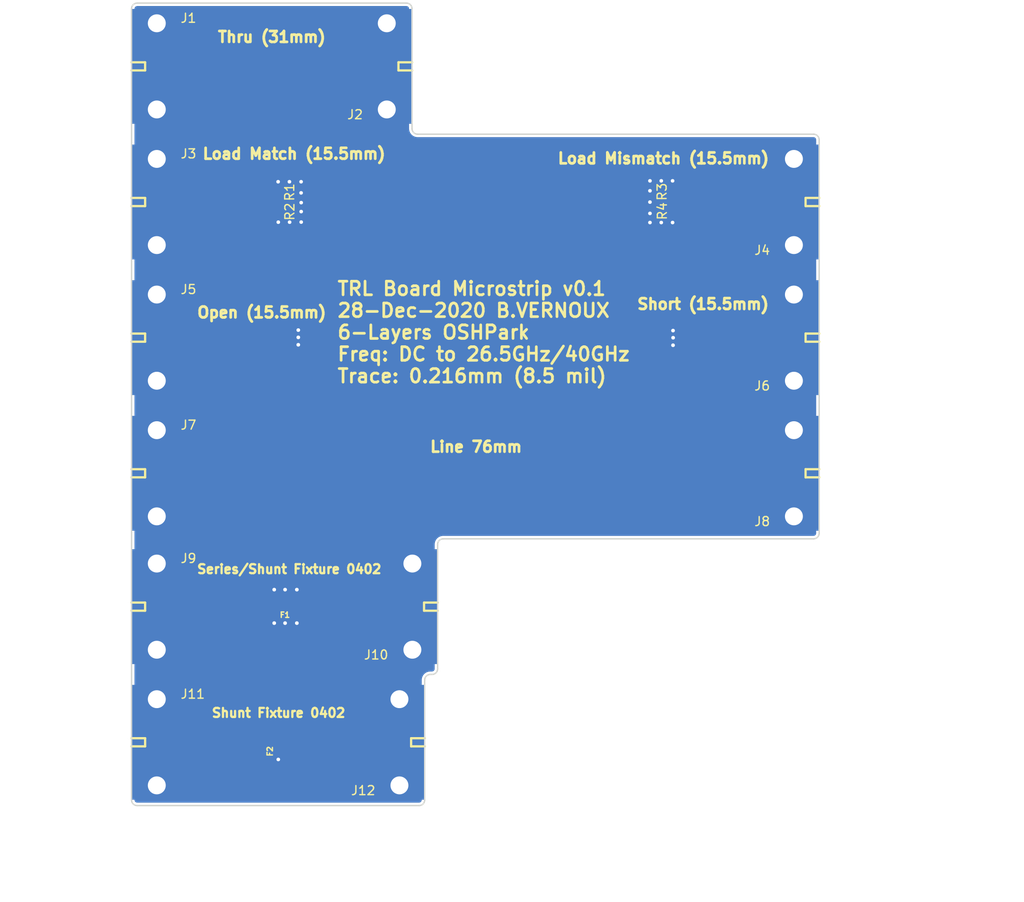
<source format=kicad_pcb>
(kicad_pcb (version 20171130) (host pcbnew "(5.1.7)-1")

  (general
    (thickness 1.6)
    (drawings 43)
    (tracks 55)
    (zones 0)
    (modules 18)
    (nets 9)
  )

  (page A4)
  (title_block
    (title "TRL Calibration Board with Test Fixture")
    (date 2020-06-24)
    (rev 0.3)
  )

  (layers
    (0 Top signal)
    (1 In1.Cu signal)
    (2 In2.Cu signal)
    (3 In3.Cu signal)
    (4 In4.Cu signal)
    (31 Bottom signal)
    (32 B.Adhes user)
    (33 F.Adhes user)
    (34 B.Paste user)
    (35 F.Paste user)
    (36 B.SilkS user)
    (37 F.SilkS user)
    (38 B.Mask user)
    (39 F.Mask user)
    (40 Dwgs.User user)
    (41 Cmts.User user)
    (42 Eco1.User user)
    (43 Eco2.User user)
    (44 Edge.Cuts user)
    (45 Margin user)
    (46 B.CrtYd user)
    (47 F.CrtYd user)
    (48 B.Fab user)
    (49 F.Fab user)
  )

  (setup
    (last_trace_width 0.34036)
    (user_trace_width 0.7239)
    (user_trace_width 1)
    (trace_clearance 0.1524)
    (zone_clearance 0.25)
    (zone_45_only no)
    (trace_min 0.1524)
    (via_size 0.762)
    (via_drill 0.4064)
    (via_min_size 0.4)
    (via_min_drill 0.3)
    (uvia_size 0.3)
    (uvia_drill 0.1)
    (uvias_allowed no)
    (uvia_min_size 0.2)
    (uvia_min_drill 0.1)
    (edge_width 0.15)
    (segment_width 0.2)
    (pcb_text_width 0.3)
    (pcb_text_size 1.5 1.5)
    (mod_edge_width 0.15)
    (mod_text_size 1 1)
    (mod_text_width 0.15)
    (pad_size 0.975 1.4)
    (pad_drill 0)
    (pad_to_mask_clearance 0)
    (aux_axis_origin 0 0)
    (visible_elements 7FFDEF7F)
    (pcbplotparams
      (layerselection 0x010ff_ffffffff)
      (usegerberextensions true)
      (usegerberattributes false)
      (usegerberadvancedattributes false)
      (creategerberjobfile false)
      (excludeedgelayer true)
      (linewidth 0.152400)
      (plotframeref false)
      (viasonmask false)
      (mode 1)
      (useauxorigin false)
      (hpglpennumber 1)
      (hpglpenspeed 20)
      (hpglpendiameter 15.000000)
      (psnegative false)
      (psa4output false)
      (plotreference true)
      (plotvalue true)
      (plotinvisibletext false)
      (padsonsilk false)
      (subtractmaskfromsilk false)
      (outputformat 1)
      (mirror false)
      (drillshape 0)
      (scaleselection 1)
      (outputdirectory "Gerber_6Layers"))
  )

  (net 0 "")
  (net 1 "Net-(F1-Pad1)")
  (net 2 "Net-(F1-Pad2)")
  (net 3 GND)
  (net 4 "Net-(F2-Pad2)")
  (net 5 "Net-(J1-Pad1)")
  (net 6 "Net-(J3-Pad1)")
  (net 7 "Net-(J4-Pad1)")
  (net 8 "Net-(J7-Pad1)")

  (net_class Default "This is the default net class."
    (clearance 0.1524)
    (trace_width 0.34036)
    (via_dia 0.762)
    (via_drill 0.4064)
    (uvia_dia 0.3)
    (uvia_drill 0.1)
    (add_net GND)
    (add_net "Net-(F1-Pad1)")
    (add_net "Net-(F1-Pad2)")
    (add_net "Net-(F2-Pad2)")
    (add_net "Net-(J1-Pad1)")
    (add_net "Net-(J3-Pad1)")
    (add_net "Net-(J4-Pad1)")
    (add_net "Net-(J7-Pad1)")
  )

  (module kicad:R_0402_1005Metric locked (layer Top) (tedit 5B20DC38) (tstamp 5C4A962F)
    (at 163.03 73.9 270)
    (descr "Resistor SMD 0402 (1005 Metric), square (rectangular) end terminal, IPC_7351 nominal, (Body size source: http://www.tortai-tech.com/upload/download/2011102023233369053.pdf), generated with kicad-footprint-generator")
    (tags resistor)
    (path /5C4AF68E)
    (attr smd)
    (fp_text reference R4 (at -0.06 1.14 90) (layer F.SilkS)
      (effects (font (size 1 1) (thickness 0.15)))
    )
    (fp_text value 50 (at 0 1.17 90) (layer F.Fab)
      (effects (font (size 1 1) (thickness 0.15)))
    )
    (fp_line (start 0.93 0.47) (end -0.93 0.47) (layer F.CrtYd) (width 0.05))
    (fp_line (start 0.93 -0.47) (end 0.93 0.47) (layer F.CrtYd) (width 0.05))
    (fp_line (start -0.93 -0.47) (end 0.93 -0.47) (layer F.CrtYd) (width 0.05))
    (fp_line (start -0.93 0.47) (end -0.93 -0.47) (layer F.CrtYd) (width 0.05))
    (fp_line (start 0.5 0.25) (end -0.5 0.25) (layer F.Fab) (width 0.1))
    (fp_line (start 0.5 -0.25) (end 0.5 0.25) (layer F.Fab) (width 0.1))
    (fp_line (start -0.5 -0.25) (end 0.5 -0.25) (layer F.Fab) (width 0.1))
    (fp_line (start -0.5 0.25) (end -0.5 -0.25) (layer F.Fab) (width 0.1))
    (fp_text user %R (at 0 0 90) (layer F.Fab)
      (effects (font (size 0.25 0.25) (thickness 0.04)))
    )
    (pad 2 smd roundrect (at 0.48 0 270) (size 0.6 0.64) (layers Top F.Paste F.Mask) (roundrect_rratio 0.25)
      (net 3 GND))
    (pad 1 smd roundrect (at -0.48 0 270) (size 0.6 0.64) (layers Top F.Paste F.Mask) (roundrect_rratio 0.25)
      (net 7 "Net-(J4-Pad1)"))
    (model ${KISYS3DMOD}/Resistor_SMD.3dshapes/R_0402_1005Metric.wrl
      (at (xyz 0 0 0))
      (scale (xyz 1 1 1))
      (rotate (xyz 0 0 0))
    )
  )

  (module kicad:R_0402_1005Metric locked (layer Top) (tedit 5B20DC38) (tstamp 5C4A97DB)
    (at 163.03 71.7 90)
    (descr "Resistor SMD 0402 (1005 Metric), square (rectangular) end terminal, IPC_7351 nominal, (Body size source: http://www.tortai-tech.com/upload/download/2011102023233369053.pdf), generated with kicad-footprint-generator")
    (tags resistor)
    (path /5C4AF606)
    (attr smd)
    (fp_text reference R3 (at 0 -1.17 90) (layer F.SilkS)
      (effects (font (size 1 1) (thickness 0.15)))
    )
    (fp_text value 50 (at 0 1.17 90) (layer F.Fab)
      (effects (font (size 1 1) (thickness 0.15)))
    )
    (fp_line (start 0.93 0.47) (end -0.93 0.47) (layer F.CrtYd) (width 0.05))
    (fp_line (start 0.93 -0.47) (end 0.93 0.47) (layer F.CrtYd) (width 0.05))
    (fp_line (start -0.93 -0.47) (end 0.93 -0.47) (layer F.CrtYd) (width 0.05))
    (fp_line (start -0.93 0.47) (end -0.93 -0.47) (layer F.CrtYd) (width 0.05))
    (fp_line (start 0.5 0.25) (end -0.5 0.25) (layer F.Fab) (width 0.1))
    (fp_line (start 0.5 -0.25) (end 0.5 0.25) (layer F.Fab) (width 0.1))
    (fp_line (start -0.5 -0.25) (end 0.5 -0.25) (layer F.Fab) (width 0.1))
    (fp_line (start -0.5 0.25) (end -0.5 -0.25) (layer F.Fab) (width 0.1))
    (fp_text user %R (at 0 0 90) (layer F.Fab)
      (effects (font (size 0.25 0.25) (thickness 0.04)))
    )
    (pad 2 smd roundrect (at 0.48 0 90) (size 0.6 0.64) (layers Top F.Paste F.Mask) (roundrect_rratio 0.25)
      (net 3 GND))
    (pad 1 smd roundrect (at -0.48 0 90) (size 0.6 0.64) (layers Top F.Paste F.Mask) (roundrect_rratio 0.25)
      (net 7 "Net-(J4-Pad1)"))
    (model ${KISYS3DMOD}/Resistor_SMD.3dshapes/R_0402_1005Metric.wrl
      (at (xyz 0 0 0))
      (scale (xyz 1 1 1))
      (rotate (xyz 0 0 0))
    )
  )

  (module kicad:R_0402_1005Metric locked (layer Top) (tedit 5B20DC38) (tstamp 5C4A960F)
    (at 119.45 73.8 270)
    (descr "Resistor SMD 0402 (1005 Metric), square (rectangular) end terminal, IPC_7351 nominal, (Body size source: http://www.tortai-tech.com/upload/download/2011102023233369053.pdf), generated with kicad-footprint-generator")
    (tags resistor)
    (path /5C4B1FDF)
    (attr smd)
    (fp_text reference R2 (at 0.1 -1.27 90) (layer F.SilkS)
      (effects (font (size 1 1) (thickness 0.15)))
    )
    (fp_text value 100 (at 0 1.17 90) (layer F.Fab)
      (effects (font (size 1 1) (thickness 0.15)))
    )
    (fp_line (start 0.93 0.47) (end -0.93 0.47) (layer F.CrtYd) (width 0.05))
    (fp_line (start 0.93 -0.47) (end 0.93 0.47) (layer F.CrtYd) (width 0.05))
    (fp_line (start -0.93 -0.47) (end 0.93 -0.47) (layer F.CrtYd) (width 0.05))
    (fp_line (start -0.93 0.47) (end -0.93 -0.47) (layer F.CrtYd) (width 0.05))
    (fp_line (start 0.5 0.25) (end -0.5 0.25) (layer F.Fab) (width 0.1))
    (fp_line (start 0.5 -0.25) (end 0.5 0.25) (layer F.Fab) (width 0.1))
    (fp_line (start -0.5 -0.25) (end 0.5 -0.25) (layer F.Fab) (width 0.1))
    (fp_line (start -0.5 0.25) (end -0.5 -0.25) (layer F.Fab) (width 0.1))
    (fp_text user %R (at 0 0 90) (layer F.Fab)
      (effects (font (size 0.25 0.25) (thickness 0.04)))
    )
    (pad 2 smd roundrect (at 0.48 0 270) (size 0.6 0.64) (layers Top F.Paste F.Mask) (roundrect_rratio 0.25)
      (net 3 GND))
    (pad 1 smd roundrect (at -0.48 0 270) (size 0.6 0.64) (layers Top F.Paste F.Mask) (roundrect_rratio 0.25)
      (net 6 "Net-(J3-Pad1)"))
    (model ${KISYS3DMOD}/Resistor_SMD.3dshapes/R_0402_1005Metric.wrl
      (at (xyz 0 0 0))
      (scale (xyz 1 1 1))
      (rotate (xyz 0 0 0))
    )
  )

  (module kicad:R_0402_1005Metric locked (layer Top) (tedit 5B20DC38) (tstamp 5C4E570E)
    (at 119.43 71.85 90)
    (descr "Resistor SMD 0402 (1005 Metric), square (rectangular) end terminal, IPC_7351 nominal, (Body size source: http://www.tortai-tech.com/upload/download/2011102023233369053.pdf), generated with kicad-footprint-generator")
    (tags resistor)
    (path /5C4B1FE5)
    (attr smd)
    (fp_text reference R1 (at 0.1 1.27 90) (layer F.SilkS)
      (effects (font (size 1 1) (thickness 0.15)))
    )
    (fp_text value 100 (at 0 1.17 90) (layer F.Fab)
      (effects (font (size 1 1) (thickness 0.15)))
    )
    (fp_line (start 0.93 0.47) (end -0.93 0.47) (layer F.CrtYd) (width 0.05))
    (fp_line (start 0.93 -0.47) (end 0.93 0.47) (layer F.CrtYd) (width 0.05))
    (fp_line (start -0.93 -0.47) (end 0.93 -0.47) (layer F.CrtYd) (width 0.05))
    (fp_line (start -0.93 0.47) (end -0.93 -0.47) (layer F.CrtYd) (width 0.05))
    (fp_line (start 0.5 0.25) (end -0.5 0.25) (layer F.Fab) (width 0.1))
    (fp_line (start 0.5 -0.25) (end 0.5 0.25) (layer F.Fab) (width 0.1))
    (fp_line (start -0.5 -0.25) (end 0.5 -0.25) (layer F.Fab) (width 0.1))
    (fp_line (start -0.5 0.25) (end -0.5 -0.25) (layer F.Fab) (width 0.1))
    (fp_text user %R (at 0 0 90) (layer F.Fab)
      (effects (font (size 0.25 0.25) (thickness 0.04)))
    )
    (pad 2 smd roundrect (at 0.48 0 90) (size 0.6 0.64) (layers Top F.Paste F.Mask) (roundrect_rratio 0.25)
      (net 3 GND))
    (pad 1 smd roundrect (at -0.48 0 90) (size 0.6 0.64) (layers Top F.Paste F.Mask) (roundrect_rratio 0.25)
      (net 6 "Net-(J3-Pad1)"))
    (model ${KISYS3DMOD}/Resistor_SMD.3dshapes/R_0402_1005Metric.wrl
      (at (xyz 0 0 0))
      (scale (xyz 1 1 1))
      (rotate (xyz 0 0 0))
    )
  )

  (module kicad:C_0402_1005Metric locked (layer Top) (tedit 5B20DC38) (tstamp 5C4A9727)
    (at 119.45 133.19 90)
    (descr "Capacitor SMD 0402 (1005 Metric), square (rectangular) end terminal, IPC_7351 nominal, (Body size source: http://www.tortai-tech.com/upload/download/2011102023233369053.pdf), generated with kicad-footprint-generator")
    (tags capacitor)
    (path /5C4B9A7A)
    (attr smd)
    (fp_text reference F2 (at -0.39 -0.92 90) (layer F.SilkS)
      (effects (font (size 0.6 0.6) (thickness 0.15)))
    )
    (fp_text value "Fixture 0402" (at 0 1.17 90) (layer F.Fab)
      (effects (font (size 1 1) (thickness 0.15)))
    )
    (fp_line (start 0.93 0.47) (end -0.93 0.47) (layer F.CrtYd) (width 0.05))
    (fp_line (start 0.93 -0.47) (end 0.93 0.47) (layer F.CrtYd) (width 0.05))
    (fp_line (start -0.93 -0.47) (end 0.93 -0.47) (layer F.CrtYd) (width 0.05))
    (fp_line (start -0.93 0.47) (end -0.93 -0.47) (layer F.CrtYd) (width 0.05))
    (fp_line (start 0.5 0.25) (end -0.5 0.25) (layer F.Fab) (width 0.1))
    (fp_line (start 0.5 -0.25) (end 0.5 0.25) (layer F.Fab) (width 0.1))
    (fp_line (start -0.5 -0.25) (end 0.5 -0.25) (layer F.Fab) (width 0.1))
    (fp_line (start -0.5 0.25) (end -0.5 -0.25) (layer F.Fab) (width 0.1))
    (fp_text user %R (at 0 0 90) (layer F.Fab)
      (effects (font (size 0.25 0.25) (thickness 0.04)))
    )
    (pad 2 smd roundrect (at 0.48 0 90) (size 0.6 0.64) (layers Top F.Paste F.Mask) (roundrect_rratio 0.25)
      (net 4 "Net-(F2-Pad2)"))
    (pad 1 smd roundrect (at -0.48 0 90) (size 0.6 0.64) (layers Top F.Paste F.Mask) (roundrect_rratio 0.25)
      (net 3 GND))
    (model ${KISYS3DMOD}/Capacitor_SMD.3dshapes/C_0402_1005Metric.wrl
      (at (xyz 0 0 0))
      (scale (xyz 1 1 1))
      (rotate (xyz 0 0 0))
    )
  )

  (module kicad:C_0402_1005Metric locked (layer Top) (tedit 5B20DC38) (tstamp 5C4A8E4F)
    (at 120.155 117.58 180)
    (descr "Capacitor SMD 0402 (1005 Metric), square (rectangular) end terminal, IPC_7351 nominal, (Body size source: http://www.tortai-tech.com/upload/download/2011102023233369053.pdf), generated with kicad-footprint-generator")
    (tags capacitor)
    (path /5C4B3D9C)
    (attr smd)
    (fp_text reference F1 (at -0.025 -0.92) (layer F.SilkS)
      (effects (font (size 0.6 0.6) (thickness 0.15)))
    )
    (fp_text value "Fixture 0402" (at 0 1.17) (layer F.Fab)
      (effects (font (size 1 1) (thickness 0.15)))
    )
    (fp_line (start 0.93 0.47) (end -0.93 0.47) (layer F.CrtYd) (width 0.05))
    (fp_line (start 0.93 -0.47) (end 0.93 0.47) (layer F.CrtYd) (width 0.05))
    (fp_line (start -0.93 -0.47) (end 0.93 -0.47) (layer F.CrtYd) (width 0.05))
    (fp_line (start -0.93 0.47) (end -0.93 -0.47) (layer F.CrtYd) (width 0.05))
    (fp_line (start 0.5 0.25) (end -0.5 0.25) (layer F.Fab) (width 0.1))
    (fp_line (start 0.5 -0.25) (end 0.5 0.25) (layer F.Fab) (width 0.1))
    (fp_line (start -0.5 -0.25) (end 0.5 -0.25) (layer F.Fab) (width 0.1))
    (fp_line (start -0.5 0.25) (end -0.5 -0.25) (layer F.Fab) (width 0.1))
    (fp_text user %R (at 0 0) (layer F.Fab)
      (effects (font (size 0.25 0.25) (thickness 0.04)))
    )
    (pad 2 smd roundrect (at 0.48 0 180) (size 0.6 0.64) (layers Top F.Paste F.Mask) (roundrect_rratio 0.25)
      (net 2 "Net-(F1-Pad2)"))
    (pad 1 smd roundrect (at -0.48 0 180) (size 0.6 0.64) (layers Top F.Paste F.Mask) (roundrect_rratio 0.25)
      (net 1 "Net-(F1-Pad1)"))
    (model ${KISYS3DMOD}/Capacitor_SMD.3dshapes/C_0402_1005Metric.wrl
      (at (xyz 0 0 0))
      (scale (xyz 1 1 1))
      (rotate (xyz 0 0 0))
    )
  )

  (module kicad:Southwest_Microwave_1092-02A-5 locked (layer Top) (tedit 5EFA18E1) (tstamp 5C4DFC70)
    (at 135.63 132.58 270)
    (path /5C4B9A8D)
    (fp_text reference J12 (at 5.334 6.794 180) (layer F.SilkS)
      (effects (font (size 1 1) (thickness 0.15)))
    )
    (fp_text value 142-0771-831 (at 0 6.731 90) (layer F.Fab)
      (effects (font (size 1 1) (thickness 0.15)))
    )
    (fp_line (start -6.35 0.1) (end 6.32 0.1) (layer F.Fab) (width 0.1))
    (fp_line (start 3.1242 -10.274) (end -3.1242 -9.9692) (layer F.Fab) (width 0.15))
    (fp_line (start 3.1242 -11.036) (end -3.1242 -10.7312) (layer F.Fab) (width 0.15))
    (fp_line (start 3.1242 -11.798) (end -3.1242 -11.4932) (layer F.Fab) (width 0.15))
    (fp_line (start 3.1242 -12.56) (end -3.1242 -12.2552) (layer F.Fab) (width 0.15))
    (fp_line (start 3.1242 -13.322) (end -3.1242 -13.0172) (layer F.Fab) (width 0.15))
    (fp_line (start 3.1242 -14.084) (end -3.1242 -13.7792) (layer F.Fab) (width 0.15))
    (fp_line (start 3.375 -7.7) (end 3.375 -8.725) (layer F.Fab) (width 0.15))
    (fp_line (start 3.375 -8.725) (end 3.125 -8.725) (layer F.Fab) (width 0.15))
    (fp_line (start 3.1242 -8.725) (end 3.1242 -14.084) (layer F.Fab) (width 0.15))
    (fp_line (start 3.1242 -14.084) (end 2.7432 -14.465) (layer F.Fab) (width 0.15))
    (fp_line (start -3.1242 -14.084) (end -2.7432 -14.465) (layer F.Fab) (width 0.15))
    (fp_line (start -3.1242 -8.725) (end -3.1242 -14.084) (layer F.Fab) (width 0.15))
    (fp_line (start -3.375 -7.7) (end -3.375 -8.725) (layer F.Fab) (width 0.15))
    (fp_line (start -2.7432 -14.465) (end 2.7432 -14.465) (layer F.Fab) (width 0.15))
    (fp_line (start 6.32 5.08) (end 6.32 -4.24) (layer F.Fab) (width 0.1))
    (fp_line (start 6.32 -4.24) (end -6.35 -4.24) (layer F.Fab) (width 0.1))
    (fp_line (start -4.95 -6.17) (end -4.95 -4.24) (layer F.Fab) (width 0.1))
    (fp_line (start 6.32 5.08) (end -6.35 5.08) (layer F.Fab) (width 0.1))
    (fp_line (start -6.35 5.08) (end -6.35 -4.24) (layer F.Fab) (width 0.1))
    (fp_line (start 4.95 -6.17) (end 4.95 -4.24) (layer F.Fab) (width 0.1))
    (fp_line (start 4.95 -6.17) (end 0 -6.17) (layer F.Fab) (width 0.1))
    (fp_line (start 0 -6.17) (end -4.95 -6.17) (layer F.Fab) (width 0.1))
    (fp_line (start -0.45 1.5) (end 0.45 1.5) (layer F.SilkS) (width 0.25))
    (fp_line (start 3.375 -8.725) (end -3.375 -8.725) (layer F.Fab) (width 0.15))
    (fp_line (start -4.45 -7.7) (end -4.45 -6.2) (layer F.Fab) (width 0.15))
    (fp_line (start -4.45 -7.7) (end -2.45 -7.7) (layer F.Fab) (width 0.15))
    (fp_line (start -2.45 -7.7) (end -2.45 -6.2) (layer F.Fab) (width 0.15))
    (fp_line (start 2.425 -7.7) (end 2.425 -6.2) (layer F.Fab) (width 0.15))
    (fp_line (start 2.425 -7.7) (end 4.425 -7.7) (layer F.Fab) (width 0.15))
    (fp_line (start 4.425 -7.7) (end 4.425 -6.2) (layer F.Fab) (width 0.15))
    (fp_line (start -3.35 2.075) (end -3.35 5.075) (layer F.Fab) (width 0.1))
    (fp_line (start 3.325 2.075) (end 3.325 5.075) (layer F.Fab) (width 0.1))
    (fp_line (start -1.534837 0.168778) (end 1.509837 0.168778) (layer F.Fab) (width 0.1))
    (fp_poly (pts (xy 6.5 5.4) (xy -6.5 5.4) (xy -6.5 -0.1) (xy 6.5 -0.1)) (layer F.Mask) (width 0.1))
    (fp_poly (pts (xy 6.5 5.4) (xy -6.5 5.4) (xy -6.5 -0.1) (xy 6.5 -0.1)) (layer B.Mask) (width 0.1))
    (fp_line (start -0.45 1.5) (end -0.45 -0.03) (layer F.SilkS) (width 0.25))
    (fp_line (start 0.45 1.5) (end 0.45 -0.03) (layer F.SilkS) (width 0.25))
    (fp_arc (start 1.509166 1.986755) (end 1.509837 0.168778) (angle 92.76109557) (layer F.Fab) (width 0.1))
    (fp_arc (start -1.534166 1.986755) (end -1.534837 0.168778) (angle -92.76109557) (layer F.Fab) (width 0.1))
    (pad 2 thru_hole circle (at 4.765 2.79 270) (size 2.8 2.8) (drill 1.98) (layers *.Cu *.Mask)
      (net 3 GND))
    (pad 2 thru_hole circle (at -4.765 2.79 270) (size 2.8 2.8) (drill 1.98) (layers *.Cu *.Mask)
      (net 3 GND))
    (pad 2 smd rect (at 0 2.6 270) (size 12.7 5.1) (layers Bottom)
      (net 3 GND))
    (pad 1 smd rect (at 0 0.4445 270) (size 0.2032 0.762) (layers Top F.Paste F.Mask)
      (net 4 "Net-(F2-Pad2)") (solder_mask_margin 0.1))
    (model ${KISYS3DMOD}/conn_rf/1092-02A-5.stp
      (offset (xyz 0 4.3 0))
      (scale (xyz 1 1 1))
      (rotate (xyz 0 0 180))
    )
  )

  (module kicad:Southwest_Microwave_1092-02A-5 locked (layer Top) (tedit 5EFA18E1) (tstamp 5EF30DEA)
    (at 103.23 132.58 90)
    (path /5C4B9A80)
    (fp_text reference J11 (at 5.334 6.77 180) (layer F.SilkS)
      (effects (font (size 1 1) (thickness 0.15)))
    )
    (fp_text value 142-0771-831 (at 0 6.731 90) (layer F.Fab)
      (effects (font (size 1 1) (thickness 0.15)))
    )
    (fp_line (start -6.35 0.1) (end 6.32 0.1) (layer F.Fab) (width 0.1))
    (fp_line (start 3.1242 -10.274) (end -3.1242 -9.9692) (layer F.Fab) (width 0.15))
    (fp_line (start 3.1242 -11.036) (end -3.1242 -10.7312) (layer F.Fab) (width 0.15))
    (fp_line (start 3.1242 -11.798) (end -3.1242 -11.4932) (layer F.Fab) (width 0.15))
    (fp_line (start 3.1242 -12.56) (end -3.1242 -12.2552) (layer F.Fab) (width 0.15))
    (fp_line (start 3.1242 -13.322) (end -3.1242 -13.0172) (layer F.Fab) (width 0.15))
    (fp_line (start 3.1242 -14.084) (end -3.1242 -13.7792) (layer F.Fab) (width 0.15))
    (fp_line (start 3.375 -7.7) (end 3.375 -8.725) (layer F.Fab) (width 0.15))
    (fp_line (start 3.375 -8.725) (end 3.125 -8.725) (layer F.Fab) (width 0.15))
    (fp_line (start 3.1242 -8.725) (end 3.1242 -14.084) (layer F.Fab) (width 0.15))
    (fp_line (start 3.1242 -14.084) (end 2.7432 -14.465) (layer F.Fab) (width 0.15))
    (fp_line (start -3.1242 -14.084) (end -2.7432 -14.465) (layer F.Fab) (width 0.15))
    (fp_line (start -3.1242 -8.725) (end -3.1242 -14.084) (layer F.Fab) (width 0.15))
    (fp_line (start -3.375 -7.7) (end -3.375 -8.725) (layer F.Fab) (width 0.15))
    (fp_line (start -2.7432 -14.465) (end 2.7432 -14.465) (layer F.Fab) (width 0.15))
    (fp_line (start 6.32 5.08) (end 6.32 -4.24) (layer F.Fab) (width 0.1))
    (fp_line (start 6.32 -4.24) (end -6.35 -4.24) (layer F.Fab) (width 0.1))
    (fp_line (start -4.95 -6.17) (end -4.95 -4.24) (layer F.Fab) (width 0.1))
    (fp_line (start 6.32 5.08) (end -6.35 5.08) (layer F.Fab) (width 0.1))
    (fp_line (start -6.35 5.08) (end -6.35 -4.24) (layer F.Fab) (width 0.1))
    (fp_line (start 4.95 -6.17) (end 4.95 -4.24) (layer F.Fab) (width 0.1))
    (fp_line (start 4.95 -6.17) (end 0 -6.17) (layer F.Fab) (width 0.1))
    (fp_line (start 0 -6.17) (end -4.95 -6.17) (layer F.Fab) (width 0.1))
    (fp_line (start -0.45 1.5) (end 0.45 1.5) (layer F.SilkS) (width 0.25))
    (fp_line (start 3.375 -8.725) (end -3.375 -8.725) (layer F.Fab) (width 0.15))
    (fp_line (start -4.45 -7.7) (end -4.45 -6.2) (layer F.Fab) (width 0.15))
    (fp_line (start -4.45 -7.7) (end -2.45 -7.7) (layer F.Fab) (width 0.15))
    (fp_line (start -2.45 -7.7) (end -2.45 -6.2) (layer F.Fab) (width 0.15))
    (fp_line (start 2.425 -7.7) (end 2.425 -6.2) (layer F.Fab) (width 0.15))
    (fp_line (start 2.425 -7.7) (end 4.425 -7.7) (layer F.Fab) (width 0.15))
    (fp_line (start 4.425 -7.7) (end 4.425 -6.2) (layer F.Fab) (width 0.15))
    (fp_line (start -3.35 2.075) (end -3.35 5.075) (layer F.Fab) (width 0.1))
    (fp_line (start 3.325 2.075) (end 3.325 5.075) (layer F.Fab) (width 0.1))
    (fp_line (start -1.534837 0.168778) (end 1.509837 0.168778) (layer F.Fab) (width 0.1))
    (fp_poly (pts (xy 6.5 5.4) (xy -6.5 5.4) (xy -6.5 -0.1) (xy 6.5 -0.1)) (layer F.Mask) (width 0.1))
    (fp_poly (pts (xy 6.5 5.4) (xy -6.5 5.4) (xy -6.5 -0.1) (xy 6.5 -0.1)) (layer B.Mask) (width 0.1))
    (fp_line (start -0.45 1.5) (end -0.45 -0.03) (layer F.SilkS) (width 0.25))
    (fp_line (start 0.45 1.5) (end 0.45 -0.03) (layer F.SilkS) (width 0.25))
    (fp_arc (start 1.509166 1.986755) (end 1.509837 0.168778) (angle 92.76109557) (layer F.Fab) (width 0.1))
    (fp_arc (start -1.534166 1.986755) (end -1.534837 0.168778) (angle -92.76109557) (layer F.Fab) (width 0.1))
    (pad 2 thru_hole circle (at 4.765 2.79 90) (size 2.8 2.8) (drill 1.98) (layers *.Cu *.Mask)
      (net 3 GND))
    (pad 2 thru_hole circle (at -4.765 2.79 90) (size 2.8 2.8) (drill 1.98) (layers *.Cu *.Mask)
      (net 3 GND))
    (pad 2 smd rect (at 0 2.6 90) (size 12.7 5.1) (layers Bottom)
      (net 3 GND))
    (pad 1 smd rect (at 0 0.4445 90) (size 0.2032 0.762) (layers Top F.Paste F.Mask)
      (net 4 "Net-(F2-Pad2)") (solder_mask_margin 0.1))
    (model ${KISYS3DMOD}/conn_rf/1092-02A-5.stp
      (offset (xyz 0 4.3 0))
      (scale (xyz 1 1 1))
      (rotate (xyz 0 0 180))
    )
  )

  (module kicad:Southwest_Microwave_1092-02A-5 locked (layer Top) (tedit 5EFA18E1) (tstamp 5C4E59F5)
    (at 137.06 117.58 270)
    (path /5C4B413F)
    (fp_text reference J10 (at 5.334 6.794 180) (layer F.SilkS)
      (effects (font (size 1 1) (thickness 0.15)))
    )
    (fp_text value 142-0771-831 (at 0 6.731 90) (layer F.Fab)
      (effects (font (size 1 1) (thickness 0.15)))
    )
    (fp_line (start -6.35 0.1) (end 6.32 0.1) (layer F.Fab) (width 0.1))
    (fp_line (start 3.1242 -10.274) (end -3.1242 -9.9692) (layer F.Fab) (width 0.15))
    (fp_line (start 3.1242 -11.036) (end -3.1242 -10.7312) (layer F.Fab) (width 0.15))
    (fp_line (start 3.1242 -11.798) (end -3.1242 -11.4932) (layer F.Fab) (width 0.15))
    (fp_line (start 3.1242 -12.56) (end -3.1242 -12.2552) (layer F.Fab) (width 0.15))
    (fp_line (start 3.1242 -13.322) (end -3.1242 -13.0172) (layer F.Fab) (width 0.15))
    (fp_line (start 3.1242 -14.084) (end -3.1242 -13.7792) (layer F.Fab) (width 0.15))
    (fp_line (start 3.375 -7.7) (end 3.375 -8.725) (layer F.Fab) (width 0.15))
    (fp_line (start 3.375 -8.725) (end 3.125 -8.725) (layer F.Fab) (width 0.15))
    (fp_line (start 3.1242 -8.725) (end 3.1242 -14.084) (layer F.Fab) (width 0.15))
    (fp_line (start 3.1242 -14.084) (end 2.7432 -14.465) (layer F.Fab) (width 0.15))
    (fp_line (start -3.1242 -14.084) (end -2.7432 -14.465) (layer F.Fab) (width 0.15))
    (fp_line (start -3.1242 -8.725) (end -3.1242 -14.084) (layer F.Fab) (width 0.15))
    (fp_line (start -3.375 -7.7) (end -3.375 -8.725) (layer F.Fab) (width 0.15))
    (fp_line (start -2.7432 -14.465) (end 2.7432 -14.465) (layer F.Fab) (width 0.15))
    (fp_line (start 6.32 5.08) (end 6.32 -4.24) (layer F.Fab) (width 0.1))
    (fp_line (start 6.32 -4.24) (end -6.35 -4.24) (layer F.Fab) (width 0.1))
    (fp_line (start -4.95 -6.17) (end -4.95 -4.24) (layer F.Fab) (width 0.1))
    (fp_line (start 6.32 5.08) (end -6.35 5.08) (layer F.Fab) (width 0.1))
    (fp_line (start -6.35 5.08) (end -6.35 -4.24) (layer F.Fab) (width 0.1))
    (fp_line (start 4.95 -6.17) (end 4.95 -4.24) (layer F.Fab) (width 0.1))
    (fp_line (start 4.95 -6.17) (end 0 -6.17) (layer F.Fab) (width 0.1))
    (fp_line (start 0 -6.17) (end -4.95 -6.17) (layer F.Fab) (width 0.1))
    (fp_line (start -0.45 1.5) (end 0.45 1.5) (layer F.SilkS) (width 0.25))
    (fp_line (start 3.375 -8.725) (end -3.375 -8.725) (layer F.Fab) (width 0.15))
    (fp_line (start -4.45 -7.7) (end -4.45 -6.2) (layer F.Fab) (width 0.15))
    (fp_line (start -4.45 -7.7) (end -2.45 -7.7) (layer F.Fab) (width 0.15))
    (fp_line (start -2.45 -7.7) (end -2.45 -6.2) (layer F.Fab) (width 0.15))
    (fp_line (start 2.425 -7.7) (end 2.425 -6.2) (layer F.Fab) (width 0.15))
    (fp_line (start 2.425 -7.7) (end 4.425 -7.7) (layer F.Fab) (width 0.15))
    (fp_line (start 4.425 -7.7) (end 4.425 -6.2) (layer F.Fab) (width 0.15))
    (fp_line (start -3.35 2.075) (end -3.35 5.075) (layer F.Fab) (width 0.1))
    (fp_line (start 3.325 2.075) (end 3.325 5.075) (layer F.Fab) (width 0.1))
    (fp_line (start -1.534837 0.168778) (end 1.509837 0.168778) (layer F.Fab) (width 0.1))
    (fp_poly (pts (xy 6.5 5.4) (xy -6.5 5.4) (xy -6.5 -0.1) (xy 6.5 -0.1)) (layer F.Mask) (width 0.1))
    (fp_poly (pts (xy 6.5 5.4) (xy -6.5 5.4) (xy -6.5 -0.1) (xy 6.5 -0.1)) (layer B.Mask) (width 0.1))
    (fp_line (start -0.45 1.5) (end -0.45 -0.03) (layer F.SilkS) (width 0.25))
    (fp_line (start 0.45 1.5) (end 0.45 -0.03) (layer F.SilkS) (width 0.25))
    (fp_arc (start 1.509166 1.986755) (end 1.509837 0.168778) (angle 92.76109557) (layer F.Fab) (width 0.1))
    (fp_arc (start -1.534166 1.986755) (end -1.534837 0.168778) (angle -92.76109557) (layer F.Fab) (width 0.1))
    (pad 2 thru_hole circle (at 4.765 2.79 270) (size 2.8 2.8) (drill 1.98) (layers *.Cu *.Mask)
      (net 3 GND))
    (pad 2 thru_hole circle (at -4.765 2.79 270) (size 2.8 2.8) (drill 1.98) (layers *.Cu *.Mask)
      (net 3 GND))
    (pad 2 smd rect (at 0 2.6 270) (size 12.7 5.1) (layers Bottom)
      (net 3 GND))
    (pad 1 smd rect (at 0 0.4445 270) (size 0.2032 0.762) (layers Top F.Paste F.Mask)
      (net 1 "Net-(F1-Pad1)") (solder_mask_margin 0.1))
    (model ${KISYS3DMOD}/conn_rf/1092-02A-5.stp
      (offset (xyz 0 4.3 0))
      (scale (xyz 1 1 1))
      (rotate (xyz 0 0 180))
    )
  )

  (module kicad:Southwest_Microwave_1092-02A-5 locked (layer Top) (tedit 5EFA18E1) (tstamp 5C4DFF38)
    (at 103.23 117.58 90)
    (path /5C4B4132)
    (fp_text reference J9 (at 5.334 6.294 180) (layer F.SilkS)
      (effects (font (size 1 1) (thickness 0.15)))
    )
    (fp_text value 142-0771-831 (at 0 6.731 90) (layer F.Fab)
      (effects (font (size 1 1) (thickness 0.15)))
    )
    (fp_line (start -6.35 0.1) (end 6.32 0.1) (layer F.Fab) (width 0.1))
    (fp_line (start 3.1242 -10.274) (end -3.1242 -9.9692) (layer F.Fab) (width 0.15))
    (fp_line (start 3.1242 -11.036) (end -3.1242 -10.7312) (layer F.Fab) (width 0.15))
    (fp_line (start 3.1242 -11.798) (end -3.1242 -11.4932) (layer F.Fab) (width 0.15))
    (fp_line (start 3.1242 -12.56) (end -3.1242 -12.2552) (layer F.Fab) (width 0.15))
    (fp_line (start 3.1242 -13.322) (end -3.1242 -13.0172) (layer F.Fab) (width 0.15))
    (fp_line (start 3.1242 -14.084) (end -3.1242 -13.7792) (layer F.Fab) (width 0.15))
    (fp_line (start 3.375 -7.7) (end 3.375 -8.725) (layer F.Fab) (width 0.15))
    (fp_line (start 3.375 -8.725) (end 3.125 -8.725) (layer F.Fab) (width 0.15))
    (fp_line (start 3.1242 -8.725) (end 3.1242 -14.084) (layer F.Fab) (width 0.15))
    (fp_line (start 3.1242 -14.084) (end 2.7432 -14.465) (layer F.Fab) (width 0.15))
    (fp_line (start -3.1242 -14.084) (end -2.7432 -14.465) (layer F.Fab) (width 0.15))
    (fp_line (start -3.1242 -8.725) (end -3.1242 -14.084) (layer F.Fab) (width 0.15))
    (fp_line (start -3.375 -7.7) (end -3.375 -8.725) (layer F.Fab) (width 0.15))
    (fp_line (start -2.7432 -14.465) (end 2.7432 -14.465) (layer F.Fab) (width 0.15))
    (fp_line (start 6.32 5.08) (end 6.32 -4.24) (layer F.Fab) (width 0.1))
    (fp_line (start 6.32 -4.24) (end -6.35 -4.24) (layer F.Fab) (width 0.1))
    (fp_line (start -4.95 -6.17) (end -4.95 -4.24) (layer F.Fab) (width 0.1))
    (fp_line (start 6.32 5.08) (end -6.35 5.08) (layer F.Fab) (width 0.1))
    (fp_line (start -6.35 5.08) (end -6.35 -4.24) (layer F.Fab) (width 0.1))
    (fp_line (start 4.95 -6.17) (end 4.95 -4.24) (layer F.Fab) (width 0.1))
    (fp_line (start 4.95 -6.17) (end 0 -6.17) (layer F.Fab) (width 0.1))
    (fp_line (start 0 -6.17) (end -4.95 -6.17) (layer F.Fab) (width 0.1))
    (fp_line (start -0.45 1.5) (end 0.45 1.5) (layer F.SilkS) (width 0.25))
    (fp_line (start 3.375 -8.725) (end -3.375 -8.725) (layer F.Fab) (width 0.15))
    (fp_line (start -4.45 -7.7) (end -4.45 -6.2) (layer F.Fab) (width 0.15))
    (fp_line (start -4.45 -7.7) (end -2.45 -7.7) (layer F.Fab) (width 0.15))
    (fp_line (start -2.45 -7.7) (end -2.45 -6.2) (layer F.Fab) (width 0.15))
    (fp_line (start 2.425 -7.7) (end 2.425 -6.2) (layer F.Fab) (width 0.15))
    (fp_line (start 2.425 -7.7) (end 4.425 -7.7) (layer F.Fab) (width 0.15))
    (fp_line (start 4.425 -7.7) (end 4.425 -6.2) (layer F.Fab) (width 0.15))
    (fp_line (start -3.35 2.075) (end -3.35 5.075) (layer F.Fab) (width 0.1))
    (fp_line (start 3.325 2.075) (end 3.325 5.075) (layer F.Fab) (width 0.1))
    (fp_line (start -1.534837 0.168778) (end 1.509837 0.168778) (layer F.Fab) (width 0.1))
    (fp_poly (pts (xy 6.5 5.4) (xy -6.5 5.4) (xy -6.5 -0.1) (xy 6.5 -0.1)) (layer F.Mask) (width 0.1))
    (fp_poly (pts (xy 6.5 5.4) (xy -6.5 5.4) (xy -6.5 -0.1) (xy 6.5 -0.1)) (layer B.Mask) (width 0.1))
    (fp_line (start -0.45 1.5) (end -0.45 -0.03) (layer F.SilkS) (width 0.25))
    (fp_line (start 0.45 1.5) (end 0.45 -0.03) (layer F.SilkS) (width 0.25))
    (fp_arc (start 1.509166 1.986755) (end 1.509837 0.168778) (angle 92.76109557) (layer F.Fab) (width 0.1))
    (fp_arc (start -1.534166 1.986755) (end -1.534837 0.168778) (angle -92.76109557) (layer F.Fab) (width 0.1))
    (pad 2 thru_hole circle (at 4.765 2.79 90) (size 2.8 2.8) (drill 1.98) (layers *.Cu *.Mask)
      (net 3 GND))
    (pad 2 thru_hole circle (at -4.765 2.79 90) (size 2.8 2.8) (drill 1.98) (layers *.Cu *.Mask)
      (net 3 GND))
    (pad 2 smd rect (at 0 2.6 90) (size 12.7 5.1) (layers Bottom)
      (net 3 GND))
    (pad 1 smd rect (at 0 0.4445 90) (size 0.2032 0.762) (layers Top F.Paste F.Mask)
      (net 2 "Net-(F1-Pad2)") (solder_mask_margin 0.1))
    (model ${KISYS3DMOD}/conn_rf/1092-02A-5.stp
      (offset (xyz 0 4.3 0))
      (scale (xyz 1 1 1))
      (rotate (xyz 0 0 180))
    )
  )

  (module kicad:Southwest_Microwave_1092-02A-5 locked (layer Top) (tedit 5EFA18E1) (tstamp 5C4A8FA5)
    (at 179.23 102.83 270)
    (path /5C4AF9A3)
    (fp_text reference J8 (at 5.334 6.294 180) (layer F.SilkS)
      (effects (font (size 1 1) (thickness 0.15)))
    )
    (fp_text value 142-0771-831 (at 0 6.731 90) (layer F.Fab)
      (effects (font (size 1 1) (thickness 0.15)))
    )
    (fp_line (start -6.35 0.1) (end 6.32 0.1) (layer F.Fab) (width 0.1))
    (fp_line (start 3.1242 -10.274) (end -3.1242 -9.9692) (layer F.Fab) (width 0.15))
    (fp_line (start 3.1242 -11.036) (end -3.1242 -10.7312) (layer F.Fab) (width 0.15))
    (fp_line (start 3.1242 -11.798) (end -3.1242 -11.4932) (layer F.Fab) (width 0.15))
    (fp_line (start 3.1242 -12.56) (end -3.1242 -12.2552) (layer F.Fab) (width 0.15))
    (fp_line (start 3.1242 -13.322) (end -3.1242 -13.0172) (layer F.Fab) (width 0.15))
    (fp_line (start 3.1242 -14.084) (end -3.1242 -13.7792) (layer F.Fab) (width 0.15))
    (fp_line (start 3.375 -7.7) (end 3.375 -8.725) (layer F.Fab) (width 0.15))
    (fp_line (start 3.375 -8.725) (end 3.125 -8.725) (layer F.Fab) (width 0.15))
    (fp_line (start 3.1242 -8.725) (end 3.1242 -14.084) (layer F.Fab) (width 0.15))
    (fp_line (start 3.1242 -14.084) (end 2.7432 -14.465) (layer F.Fab) (width 0.15))
    (fp_line (start -3.1242 -14.084) (end -2.7432 -14.465) (layer F.Fab) (width 0.15))
    (fp_line (start -3.1242 -8.725) (end -3.1242 -14.084) (layer F.Fab) (width 0.15))
    (fp_line (start -3.375 -7.7) (end -3.375 -8.725) (layer F.Fab) (width 0.15))
    (fp_line (start -2.7432 -14.465) (end 2.7432 -14.465) (layer F.Fab) (width 0.15))
    (fp_line (start 6.32 5.08) (end 6.32 -4.24) (layer F.Fab) (width 0.1))
    (fp_line (start 6.32 -4.24) (end -6.35 -4.24) (layer F.Fab) (width 0.1))
    (fp_line (start -4.95 -6.17) (end -4.95 -4.24) (layer F.Fab) (width 0.1))
    (fp_line (start 6.32 5.08) (end -6.35 5.08) (layer F.Fab) (width 0.1))
    (fp_line (start -6.35 5.08) (end -6.35 -4.24) (layer F.Fab) (width 0.1))
    (fp_line (start 4.95 -6.17) (end 4.95 -4.24) (layer F.Fab) (width 0.1))
    (fp_line (start 4.95 -6.17) (end 0 -6.17) (layer F.Fab) (width 0.1))
    (fp_line (start 0 -6.17) (end -4.95 -6.17) (layer F.Fab) (width 0.1))
    (fp_line (start -0.45 1.5) (end 0.45 1.5) (layer F.SilkS) (width 0.25))
    (fp_line (start 3.375 -8.725) (end -3.375 -8.725) (layer F.Fab) (width 0.15))
    (fp_line (start -4.45 -7.7) (end -4.45 -6.2) (layer F.Fab) (width 0.15))
    (fp_line (start -4.45 -7.7) (end -2.45 -7.7) (layer F.Fab) (width 0.15))
    (fp_line (start -2.45 -7.7) (end -2.45 -6.2) (layer F.Fab) (width 0.15))
    (fp_line (start 2.425 -7.7) (end 2.425 -6.2) (layer F.Fab) (width 0.15))
    (fp_line (start 2.425 -7.7) (end 4.425 -7.7) (layer F.Fab) (width 0.15))
    (fp_line (start 4.425 -7.7) (end 4.425 -6.2) (layer F.Fab) (width 0.15))
    (fp_line (start -3.35 2.075) (end -3.35 5.075) (layer F.Fab) (width 0.1))
    (fp_line (start 3.325 2.075) (end 3.325 5.075) (layer F.Fab) (width 0.1))
    (fp_line (start -1.534837 0.168778) (end 1.509837 0.168778) (layer F.Fab) (width 0.1))
    (fp_poly (pts (xy 6.5 5.4) (xy -6.5 5.4) (xy -6.5 -0.1) (xy 6.5 -0.1)) (layer F.Mask) (width 0.1))
    (fp_poly (pts (xy 6.5 5.4) (xy -6.5 5.4) (xy -6.5 -0.1) (xy 6.5 -0.1)) (layer B.Mask) (width 0.1))
    (fp_line (start -0.45 1.5) (end -0.45 -0.03) (layer F.SilkS) (width 0.25))
    (fp_line (start 0.45 1.5) (end 0.45 -0.03) (layer F.SilkS) (width 0.25))
    (fp_arc (start 1.509166 1.986755) (end 1.509837 0.168778) (angle 92.76109557) (layer F.Fab) (width 0.1))
    (fp_arc (start -1.534166 1.986755) (end -1.534837 0.168778) (angle -92.76109557) (layer F.Fab) (width 0.1))
    (pad 2 thru_hole circle (at 4.765 2.79 270) (size 2.8 2.8) (drill 1.98) (layers *.Cu *.Mask)
      (net 3 GND))
    (pad 2 thru_hole circle (at -4.765 2.79 270) (size 2.8 2.8) (drill 1.98) (layers *.Cu *.Mask)
      (net 3 GND))
    (pad 2 smd rect (at 0 2.6 270) (size 12.7 5.1) (layers Bottom)
      (net 3 GND))
    (pad 1 smd rect (at 0 0.4445 270) (size 0.2032 0.762) (layers Top F.Paste F.Mask)
      (net 8 "Net-(J7-Pad1)") (solder_mask_margin 0.1))
    (model ${KISYS3DMOD}/conn_rf/1092-02A-5.stp
      (offset (xyz 0 4.3 0))
      (scale (xyz 1 1 1))
      (rotate (xyz 0 0 180))
    )
  )

  (module kicad:Southwest_Microwave_1092-02A-5 locked (layer Top) (tedit 5EFA18E1) (tstamp 5C4A8F7F)
    (at 103.23 102.83 90)
    (path /5C4AF88E)
    (fp_text reference J7 (at 5.334 6.294 180) (layer F.SilkS)
      (effects (font (size 1 1) (thickness 0.15)))
    )
    (fp_text value 142-0771-831 (at 0 6.731 90) (layer F.Fab)
      (effects (font (size 1 1) (thickness 0.15)))
    )
    (fp_line (start -6.35 0.1) (end 6.32 0.1) (layer F.Fab) (width 0.1))
    (fp_line (start 3.1242 -10.274) (end -3.1242 -9.9692) (layer F.Fab) (width 0.15))
    (fp_line (start 3.1242 -11.036) (end -3.1242 -10.7312) (layer F.Fab) (width 0.15))
    (fp_line (start 3.1242 -11.798) (end -3.1242 -11.4932) (layer F.Fab) (width 0.15))
    (fp_line (start 3.1242 -12.56) (end -3.1242 -12.2552) (layer F.Fab) (width 0.15))
    (fp_line (start 3.1242 -13.322) (end -3.1242 -13.0172) (layer F.Fab) (width 0.15))
    (fp_line (start 3.1242 -14.084) (end -3.1242 -13.7792) (layer F.Fab) (width 0.15))
    (fp_line (start 3.375 -7.7) (end 3.375 -8.725) (layer F.Fab) (width 0.15))
    (fp_line (start 3.375 -8.725) (end 3.125 -8.725) (layer F.Fab) (width 0.15))
    (fp_line (start 3.1242 -8.725) (end 3.1242 -14.084) (layer F.Fab) (width 0.15))
    (fp_line (start 3.1242 -14.084) (end 2.7432 -14.465) (layer F.Fab) (width 0.15))
    (fp_line (start -3.1242 -14.084) (end -2.7432 -14.465) (layer F.Fab) (width 0.15))
    (fp_line (start -3.1242 -8.725) (end -3.1242 -14.084) (layer F.Fab) (width 0.15))
    (fp_line (start -3.375 -7.7) (end -3.375 -8.725) (layer F.Fab) (width 0.15))
    (fp_line (start -2.7432 -14.465) (end 2.7432 -14.465) (layer F.Fab) (width 0.15))
    (fp_line (start 6.32 5.08) (end 6.32 -4.24) (layer F.Fab) (width 0.1))
    (fp_line (start 6.32 -4.24) (end -6.35 -4.24) (layer F.Fab) (width 0.1))
    (fp_line (start -4.95 -6.17) (end -4.95 -4.24) (layer F.Fab) (width 0.1))
    (fp_line (start 6.32 5.08) (end -6.35 5.08) (layer F.Fab) (width 0.1))
    (fp_line (start -6.35 5.08) (end -6.35 -4.24) (layer F.Fab) (width 0.1))
    (fp_line (start 4.95 -6.17) (end 4.95 -4.24) (layer F.Fab) (width 0.1))
    (fp_line (start 4.95 -6.17) (end 0 -6.17) (layer F.Fab) (width 0.1))
    (fp_line (start 0 -6.17) (end -4.95 -6.17) (layer F.Fab) (width 0.1))
    (fp_line (start -0.45 1.5) (end 0.45 1.5) (layer F.SilkS) (width 0.25))
    (fp_line (start 3.375 -8.725) (end -3.375 -8.725) (layer F.Fab) (width 0.15))
    (fp_line (start -4.45 -7.7) (end -4.45 -6.2) (layer F.Fab) (width 0.15))
    (fp_line (start -4.45 -7.7) (end -2.45 -7.7) (layer F.Fab) (width 0.15))
    (fp_line (start -2.45 -7.7) (end -2.45 -6.2) (layer F.Fab) (width 0.15))
    (fp_line (start 2.425 -7.7) (end 2.425 -6.2) (layer F.Fab) (width 0.15))
    (fp_line (start 2.425 -7.7) (end 4.425 -7.7) (layer F.Fab) (width 0.15))
    (fp_line (start 4.425 -7.7) (end 4.425 -6.2) (layer F.Fab) (width 0.15))
    (fp_line (start -3.35 2.075) (end -3.35 5.075) (layer F.Fab) (width 0.1))
    (fp_line (start 3.325 2.075) (end 3.325 5.075) (layer F.Fab) (width 0.1))
    (fp_line (start -1.534837 0.168778) (end 1.509837 0.168778) (layer F.Fab) (width 0.1))
    (fp_poly (pts (xy 6.5 5.4) (xy -6.5 5.4) (xy -6.5 -0.1) (xy 6.5 -0.1)) (layer F.Mask) (width 0.1))
    (fp_poly (pts (xy 6.5 5.4) (xy -6.5 5.4) (xy -6.5 -0.1) (xy 6.5 -0.1)) (layer B.Mask) (width 0.1))
    (fp_line (start -0.45 1.5) (end -0.45 -0.03) (layer F.SilkS) (width 0.25))
    (fp_line (start 0.45 1.5) (end 0.45 -0.03) (layer F.SilkS) (width 0.25))
    (fp_arc (start 1.509166 1.986755) (end 1.509837 0.168778) (angle 92.76109557) (layer F.Fab) (width 0.1))
    (fp_arc (start -1.534166 1.986755) (end -1.534837 0.168778) (angle -92.76109557) (layer F.Fab) (width 0.1))
    (pad 2 thru_hole circle (at 4.765 2.79 90) (size 2.8 2.8) (drill 1.98) (layers *.Cu *.Mask)
      (net 3 GND))
    (pad 2 thru_hole circle (at -4.765 2.79 90) (size 2.8 2.8) (drill 1.98) (layers *.Cu *.Mask)
      (net 3 GND))
    (pad 2 smd rect (at 0 2.6 90) (size 12.7 5.1) (layers Bottom)
      (net 3 GND))
    (pad 1 smd rect (at 0 0.4445 90) (size 0.2032 0.762) (layers Top F.Paste F.Mask)
      (net 8 "Net-(J7-Pad1)") (solder_mask_margin 0.1))
    (model ${KISYS3DMOD}/conn_rf/1092-02A-5.stp
      (offset (xyz 0 4.3 0))
      (scale (xyz 1 1 1))
      (rotate (xyz 0 0 180))
    )
  )

  (module kicad:Southwest_Microwave_1092-02A-5 locked (layer Top) (tedit 5EFA18E1) (tstamp 5C4A8F59)
    (at 179.23 87.83 270)
    (path /5C4B2911)
    (fp_text reference J6 (at 5.334 6.294 180) (layer F.SilkS)
      (effects (font (size 1 1) (thickness 0.15)))
    )
    (fp_text value 142-0771-831 (at 0 6.731 90) (layer F.Fab)
      (effects (font (size 1 1) (thickness 0.15)))
    )
    (fp_line (start -6.35 0.1) (end 6.32 0.1) (layer F.Fab) (width 0.1))
    (fp_line (start 3.1242 -10.274) (end -3.1242 -9.9692) (layer F.Fab) (width 0.15))
    (fp_line (start 3.1242 -11.036) (end -3.1242 -10.7312) (layer F.Fab) (width 0.15))
    (fp_line (start 3.1242 -11.798) (end -3.1242 -11.4932) (layer F.Fab) (width 0.15))
    (fp_line (start 3.1242 -12.56) (end -3.1242 -12.2552) (layer F.Fab) (width 0.15))
    (fp_line (start 3.1242 -13.322) (end -3.1242 -13.0172) (layer F.Fab) (width 0.15))
    (fp_line (start 3.1242 -14.084) (end -3.1242 -13.7792) (layer F.Fab) (width 0.15))
    (fp_line (start 3.375 -7.7) (end 3.375 -8.725) (layer F.Fab) (width 0.15))
    (fp_line (start 3.375 -8.725) (end 3.125 -8.725) (layer F.Fab) (width 0.15))
    (fp_line (start 3.1242 -8.725) (end 3.1242 -14.084) (layer F.Fab) (width 0.15))
    (fp_line (start 3.1242 -14.084) (end 2.7432 -14.465) (layer F.Fab) (width 0.15))
    (fp_line (start -3.1242 -14.084) (end -2.7432 -14.465) (layer F.Fab) (width 0.15))
    (fp_line (start -3.1242 -8.725) (end -3.1242 -14.084) (layer F.Fab) (width 0.15))
    (fp_line (start -3.375 -7.7) (end -3.375 -8.725) (layer F.Fab) (width 0.15))
    (fp_line (start -2.7432 -14.465) (end 2.7432 -14.465) (layer F.Fab) (width 0.15))
    (fp_line (start 6.32 5.08) (end 6.32 -4.24) (layer F.Fab) (width 0.1))
    (fp_line (start 6.32 -4.24) (end -6.35 -4.24) (layer F.Fab) (width 0.1))
    (fp_line (start -4.95 -6.17) (end -4.95 -4.24) (layer F.Fab) (width 0.1))
    (fp_line (start 6.32 5.08) (end -6.35 5.08) (layer F.Fab) (width 0.1))
    (fp_line (start -6.35 5.08) (end -6.35 -4.24) (layer F.Fab) (width 0.1))
    (fp_line (start 4.95 -6.17) (end 4.95 -4.24) (layer F.Fab) (width 0.1))
    (fp_line (start 4.95 -6.17) (end 0 -6.17) (layer F.Fab) (width 0.1))
    (fp_line (start 0 -6.17) (end -4.95 -6.17) (layer F.Fab) (width 0.1))
    (fp_line (start -0.45 1.5) (end 0.45 1.5) (layer F.SilkS) (width 0.25))
    (fp_line (start 3.375 -8.725) (end -3.375 -8.725) (layer F.Fab) (width 0.15))
    (fp_line (start -4.45 -7.7) (end -4.45 -6.2) (layer F.Fab) (width 0.15))
    (fp_line (start -4.45 -7.7) (end -2.45 -7.7) (layer F.Fab) (width 0.15))
    (fp_line (start -2.45 -7.7) (end -2.45 -6.2) (layer F.Fab) (width 0.15))
    (fp_line (start 2.425 -7.7) (end 2.425 -6.2) (layer F.Fab) (width 0.15))
    (fp_line (start 2.425 -7.7) (end 4.425 -7.7) (layer F.Fab) (width 0.15))
    (fp_line (start 4.425 -7.7) (end 4.425 -6.2) (layer F.Fab) (width 0.15))
    (fp_line (start -3.35 2.075) (end -3.35 5.075) (layer F.Fab) (width 0.1))
    (fp_line (start 3.325 2.075) (end 3.325 5.075) (layer F.Fab) (width 0.1))
    (fp_line (start -1.534837 0.168778) (end 1.509837 0.168778) (layer F.Fab) (width 0.1))
    (fp_poly (pts (xy 6.5 5.4) (xy -6.5 5.4) (xy -6.5 -0.1) (xy 6.5 -0.1)) (layer F.Mask) (width 0.1))
    (fp_poly (pts (xy 6.5 5.4) (xy -6.5 5.4) (xy -6.5 -0.1) (xy 6.5 -0.1)) (layer B.Mask) (width 0.1))
    (fp_line (start -0.45 1.5) (end -0.45 -0.03) (layer F.SilkS) (width 0.25))
    (fp_line (start 0.45 1.5) (end 0.45 -0.03) (layer F.SilkS) (width 0.25))
    (fp_arc (start 1.509166 1.986755) (end 1.509837 0.168778) (angle 92.76109557) (layer F.Fab) (width 0.1))
    (fp_arc (start -1.534166 1.986755) (end -1.534837 0.168778) (angle -92.76109557) (layer F.Fab) (width 0.1))
    (pad 2 thru_hole circle (at 4.765 2.79 270) (size 2.8 2.8) (drill 1.98) (layers *.Cu *.Mask)
      (net 3 GND))
    (pad 2 thru_hole circle (at -4.765 2.79 270) (size 2.8 2.8) (drill 1.98) (layers *.Cu *.Mask)
      (net 3 GND))
    (pad 2 smd rect (at 0 2.6 270) (size 12.7 5.1) (layers Bottom)
      (net 3 GND))
    (pad 1 smd rect (at 0 0.4445 270) (size 0.2032 0.762) (layers Top F.Paste F.Mask)
      (net 3 GND) (solder_mask_margin 0.1))
    (model ${KISYS3DMOD}/conn_rf/1092-02A-5.stp
      (offset (xyz 0 4.3 0))
      (scale (xyz 1 1 1))
      (rotate (xyz 0 0 180))
    )
  )

  (module kicad:Southwest_Microwave_1092-02A-5 locked (layer Top) (tedit 5EFA18E1) (tstamp 5C4A8F33)
    (at 103.23 87.83 90)
    (path /5C4A344C)
    (fp_text reference J5 (at 5.334 6.294 180) (layer F.SilkS)
      (effects (font (size 1 1) (thickness 0.15)))
    )
    (fp_text value 142-0771-831 (at 0 6.731 90) (layer F.Fab)
      (effects (font (size 1 1) (thickness 0.15)))
    )
    (fp_line (start -6.35 0.1) (end 6.32 0.1) (layer F.Fab) (width 0.1))
    (fp_line (start 3.1242 -10.274) (end -3.1242 -9.9692) (layer F.Fab) (width 0.15))
    (fp_line (start 3.1242 -11.036) (end -3.1242 -10.7312) (layer F.Fab) (width 0.15))
    (fp_line (start 3.1242 -11.798) (end -3.1242 -11.4932) (layer F.Fab) (width 0.15))
    (fp_line (start 3.1242 -12.56) (end -3.1242 -12.2552) (layer F.Fab) (width 0.15))
    (fp_line (start 3.1242 -13.322) (end -3.1242 -13.0172) (layer F.Fab) (width 0.15))
    (fp_line (start 3.1242 -14.084) (end -3.1242 -13.7792) (layer F.Fab) (width 0.15))
    (fp_line (start 3.375 -7.7) (end 3.375 -8.725) (layer F.Fab) (width 0.15))
    (fp_line (start 3.375 -8.725) (end 3.125 -8.725) (layer F.Fab) (width 0.15))
    (fp_line (start 3.1242 -8.725) (end 3.1242 -14.084) (layer F.Fab) (width 0.15))
    (fp_line (start 3.1242 -14.084) (end 2.7432 -14.465) (layer F.Fab) (width 0.15))
    (fp_line (start -3.1242 -14.084) (end -2.7432 -14.465) (layer F.Fab) (width 0.15))
    (fp_line (start -3.1242 -8.725) (end -3.1242 -14.084) (layer F.Fab) (width 0.15))
    (fp_line (start -3.375 -7.7) (end -3.375 -8.725) (layer F.Fab) (width 0.15))
    (fp_line (start -2.7432 -14.465) (end 2.7432 -14.465) (layer F.Fab) (width 0.15))
    (fp_line (start 6.32 5.08) (end 6.32 -4.24) (layer F.Fab) (width 0.1))
    (fp_line (start 6.32 -4.24) (end -6.35 -4.24) (layer F.Fab) (width 0.1))
    (fp_line (start -4.95 -6.17) (end -4.95 -4.24) (layer F.Fab) (width 0.1))
    (fp_line (start 6.32 5.08) (end -6.35 5.08) (layer F.Fab) (width 0.1))
    (fp_line (start -6.35 5.08) (end -6.35 -4.24) (layer F.Fab) (width 0.1))
    (fp_line (start 4.95 -6.17) (end 4.95 -4.24) (layer F.Fab) (width 0.1))
    (fp_line (start 4.95 -6.17) (end 0 -6.17) (layer F.Fab) (width 0.1))
    (fp_line (start 0 -6.17) (end -4.95 -6.17) (layer F.Fab) (width 0.1))
    (fp_line (start -0.45 1.5) (end 0.45 1.5) (layer F.SilkS) (width 0.25))
    (fp_line (start 3.375 -8.725) (end -3.375 -8.725) (layer F.Fab) (width 0.15))
    (fp_line (start -4.45 -7.7) (end -4.45 -6.2) (layer F.Fab) (width 0.15))
    (fp_line (start -4.45 -7.7) (end -2.45 -7.7) (layer F.Fab) (width 0.15))
    (fp_line (start -2.45 -7.7) (end -2.45 -6.2) (layer F.Fab) (width 0.15))
    (fp_line (start 2.425 -7.7) (end 2.425 -6.2) (layer F.Fab) (width 0.15))
    (fp_line (start 2.425 -7.7) (end 4.425 -7.7) (layer F.Fab) (width 0.15))
    (fp_line (start 4.425 -7.7) (end 4.425 -6.2) (layer F.Fab) (width 0.15))
    (fp_line (start -3.35 2.075) (end -3.35 5.075) (layer F.Fab) (width 0.1))
    (fp_line (start 3.325 2.075) (end 3.325 5.075) (layer F.Fab) (width 0.1))
    (fp_line (start -1.534837 0.168778) (end 1.509837 0.168778) (layer F.Fab) (width 0.1))
    (fp_poly (pts (xy 6.5 5.4) (xy -6.5 5.4) (xy -6.5 -0.1) (xy 6.5 -0.1)) (layer F.Mask) (width 0.1))
    (fp_poly (pts (xy 6.5 5.4) (xy -6.5 5.4) (xy -6.5 -0.1) (xy 6.5 -0.1)) (layer B.Mask) (width 0.1))
    (fp_line (start -0.45 1.5) (end -0.45 -0.03) (layer F.SilkS) (width 0.25))
    (fp_line (start 0.45 1.5) (end 0.45 -0.03) (layer F.SilkS) (width 0.25))
    (fp_arc (start 1.509166 1.986755) (end 1.509837 0.168778) (angle 92.76109557) (layer F.Fab) (width 0.1))
    (fp_arc (start -1.534166 1.986755) (end -1.534837 0.168778) (angle -92.76109557) (layer F.Fab) (width 0.1))
    (pad 2 thru_hole circle (at 4.765 2.79 90) (size 2.8 2.8) (drill 1.98) (layers *.Cu *.Mask)
      (net 3 GND))
    (pad 2 thru_hole circle (at -4.765 2.79 90) (size 2.8 2.8) (drill 1.98) (layers *.Cu *.Mask)
      (net 3 GND))
    (pad 2 smd rect (at 0 2.6 90) (size 12.7 5.1) (layers Bottom)
      (net 3 GND))
    (pad 1 smd rect (at 0 0.4445 90) (size 0.2032 0.762) (layers Top F.Paste F.Mask)
      (solder_mask_margin 0.1))
    (model ${KISYS3DMOD}/conn_rf/1092-02A-5.stp
      (offset (xyz 0 4.3 0))
      (scale (xyz 1 1 1))
      (rotate (xyz 0 0 180))
    )
  )

  (module kicad:Southwest_Microwave_1092-02A-5 locked (layer Top) (tedit 5EFA18E1) (tstamp 5C4A8F0D)
    (at 179.23 72.83 270)
    (path /5C4A4747)
    (fp_text reference J4 (at 5.334 6.294 180) (layer F.SilkS)
      (effects (font (size 1 1) (thickness 0.15)))
    )
    (fp_text value 142-0771-831 (at 0 6.731 90) (layer F.Fab)
      (effects (font (size 1 1) (thickness 0.15)))
    )
    (fp_line (start -6.35 0.1) (end 6.32 0.1) (layer F.Fab) (width 0.1))
    (fp_line (start 3.1242 -10.274) (end -3.1242 -9.9692) (layer F.Fab) (width 0.15))
    (fp_line (start 3.1242 -11.036) (end -3.1242 -10.7312) (layer F.Fab) (width 0.15))
    (fp_line (start 3.1242 -11.798) (end -3.1242 -11.4932) (layer F.Fab) (width 0.15))
    (fp_line (start 3.1242 -12.56) (end -3.1242 -12.2552) (layer F.Fab) (width 0.15))
    (fp_line (start 3.1242 -13.322) (end -3.1242 -13.0172) (layer F.Fab) (width 0.15))
    (fp_line (start 3.1242 -14.084) (end -3.1242 -13.7792) (layer F.Fab) (width 0.15))
    (fp_line (start 3.375 -7.7) (end 3.375 -8.725) (layer F.Fab) (width 0.15))
    (fp_line (start 3.375 -8.725) (end 3.125 -8.725) (layer F.Fab) (width 0.15))
    (fp_line (start 3.1242 -8.725) (end 3.1242 -14.084) (layer F.Fab) (width 0.15))
    (fp_line (start 3.1242 -14.084) (end 2.7432 -14.465) (layer F.Fab) (width 0.15))
    (fp_line (start -3.1242 -14.084) (end -2.7432 -14.465) (layer F.Fab) (width 0.15))
    (fp_line (start -3.1242 -8.725) (end -3.1242 -14.084) (layer F.Fab) (width 0.15))
    (fp_line (start -3.375 -7.7) (end -3.375 -8.725) (layer F.Fab) (width 0.15))
    (fp_line (start -2.7432 -14.465) (end 2.7432 -14.465) (layer F.Fab) (width 0.15))
    (fp_line (start 6.32 5.08) (end 6.32 -4.24) (layer F.Fab) (width 0.1))
    (fp_line (start 6.32 -4.24) (end -6.35 -4.24) (layer F.Fab) (width 0.1))
    (fp_line (start -4.95 -6.17) (end -4.95 -4.24) (layer F.Fab) (width 0.1))
    (fp_line (start 6.32 5.08) (end -6.35 5.08) (layer F.Fab) (width 0.1))
    (fp_line (start -6.35 5.08) (end -6.35 -4.24) (layer F.Fab) (width 0.1))
    (fp_line (start 4.95 -6.17) (end 4.95 -4.24) (layer F.Fab) (width 0.1))
    (fp_line (start 4.95 -6.17) (end 0 -6.17) (layer F.Fab) (width 0.1))
    (fp_line (start 0 -6.17) (end -4.95 -6.17) (layer F.Fab) (width 0.1))
    (fp_line (start -0.45 1.5) (end 0.45 1.5) (layer F.SilkS) (width 0.25))
    (fp_line (start 3.375 -8.725) (end -3.375 -8.725) (layer F.Fab) (width 0.15))
    (fp_line (start -4.45 -7.7) (end -4.45 -6.2) (layer F.Fab) (width 0.15))
    (fp_line (start -4.45 -7.7) (end -2.45 -7.7) (layer F.Fab) (width 0.15))
    (fp_line (start -2.45 -7.7) (end -2.45 -6.2) (layer F.Fab) (width 0.15))
    (fp_line (start 2.425 -7.7) (end 2.425 -6.2) (layer F.Fab) (width 0.15))
    (fp_line (start 2.425 -7.7) (end 4.425 -7.7) (layer F.Fab) (width 0.15))
    (fp_line (start 4.425 -7.7) (end 4.425 -6.2) (layer F.Fab) (width 0.15))
    (fp_line (start -3.35 2.075) (end -3.35 5.075) (layer F.Fab) (width 0.1))
    (fp_line (start 3.325 2.075) (end 3.325 5.075) (layer F.Fab) (width 0.1))
    (fp_line (start -1.534837 0.168778) (end 1.509837 0.168778) (layer F.Fab) (width 0.1))
    (fp_poly (pts (xy 6.5 5.4) (xy -6.5 5.4) (xy -6.5 -0.1) (xy 6.5 -0.1)) (layer F.Mask) (width 0.1))
    (fp_poly (pts (xy 6.5 5.4) (xy -6.5 5.4) (xy -6.5 -0.1) (xy 6.5 -0.1)) (layer B.Mask) (width 0.1))
    (fp_line (start -0.45 1.5) (end -0.45 -0.03) (layer F.SilkS) (width 0.25))
    (fp_line (start 0.45 1.5) (end 0.45 -0.03) (layer F.SilkS) (width 0.25))
    (fp_arc (start 1.509166 1.986755) (end 1.509837 0.168778) (angle 92.76109557) (layer F.Fab) (width 0.1))
    (fp_arc (start -1.534166 1.986755) (end -1.534837 0.168778) (angle -92.76109557) (layer F.Fab) (width 0.1))
    (pad 2 thru_hole circle (at 4.765 2.79 270) (size 2.8 2.8) (drill 1.98) (layers *.Cu *.Mask)
      (net 3 GND))
    (pad 2 thru_hole circle (at -4.765 2.79 270) (size 2.8 2.8) (drill 1.98) (layers *.Cu *.Mask)
      (net 3 GND))
    (pad 2 smd rect (at 0 2.6 270) (size 12.7 5.1) (layers Bottom)
      (net 3 GND))
    (pad 1 smd rect (at 0 0.4445 270) (size 0.2032 0.762) (layers Top F.Paste F.Mask)
      (net 7 "Net-(J4-Pad1)") (solder_mask_margin 0.1))
    (model ${KISYS3DMOD}/conn_rf/1092-02A-5.stp
      (offset (xyz 0 4.3 0))
      (scale (xyz 1 1 1))
      (rotate (xyz 0 0 180))
    )
  )

  (module kicad:Southwest_Microwave_1092-02A-5 locked (layer Top) (tedit 5EFA18E1) (tstamp 5C4A8EE7)
    (at 103.23 72.83 90)
    (path /5C4B1FBF)
    (fp_text reference J3 (at 5.334 6.294 180) (layer F.SilkS)
      (effects (font (size 1 1) (thickness 0.15)))
    )
    (fp_text value 142-0771-831 (at 0 6.731 90) (layer F.Fab)
      (effects (font (size 1 1) (thickness 0.15)))
    )
    (fp_line (start -6.35 0.1) (end 6.32 0.1) (layer F.Fab) (width 0.1))
    (fp_line (start 3.1242 -10.274) (end -3.1242 -9.9692) (layer F.Fab) (width 0.15))
    (fp_line (start 3.1242 -11.036) (end -3.1242 -10.7312) (layer F.Fab) (width 0.15))
    (fp_line (start 3.1242 -11.798) (end -3.1242 -11.4932) (layer F.Fab) (width 0.15))
    (fp_line (start 3.1242 -12.56) (end -3.1242 -12.2552) (layer F.Fab) (width 0.15))
    (fp_line (start 3.1242 -13.322) (end -3.1242 -13.0172) (layer F.Fab) (width 0.15))
    (fp_line (start 3.1242 -14.084) (end -3.1242 -13.7792) (layer F.Fab) (width 0.15))
    (fp_line (start 3.375 -7.7) (end 3.375 -8.725) (layer F.Fab) (width 0.15))
    (fp_line (start 3.375 -8.725) (end 3.125 -8.725) (layer F.Fab) (width 0.15))
    (fp_line (start 3.1242 -8.725) (end 3.1242 -14.084) (layer F.Fab) (width 0.15))
    (fp_line (start 3.1242 -14.084) (end 2.7432 -14.465) (layer F.Fab) (width 0.15))
    (fp_line (start -3.1242 -14.084) (end -2.7432 -14.465) (layer F.Fab) (width 0.15))
    (fp_line (start -3.1242 -8.725) (end -3.1242 -14.084) (layer F.Fab) (width 0.15))
    (fp_line (start -3.375 -7.7) (end -3.375 -8.725) (layer F.Fab) (width 0.15))
    (fp_line (start -2.7432 -14.465) (end 2.7432 -14.465) (layer F.Fab) (width 0.15))
    (fp_line (start 6.32 5.08) (end 6.32 -4.24) (layer F.Fab) (width 0.1))
    (fp_line (start 6.32 -4.24) (end -6.35 -4.24) (layer F.Fab) (width 0.1))
    (fp_line (start -4.95 -6.17) (end -4.95 -4.24) (layer F.Fab) (width 0.1))
    (fp_line (start 6.32 5.08) (end -6.35 5.08) (layer F.Fab) (width 0.1))
    (fp_line (start -6.35 5.08) (end -6.35 -4.24) (layer F.Fab) (width 0.1))
    (fp_line (start 4.95 -6.17) (end 4.95 -4.24) (layer F.Fab) (width 0.1))
    (fp_line (start 4.95 -6.17) (end 0 -6.17) (layer F.Fab) (width 0.1))
    (fp_line (start 0 -6.17) (end -4.95 -6.17) (layer F.Fab) (width 0.1))
    (fp_line (start -0.45 1.5) (end 0.45 1.5) (layer F.SilkS) (width 0.25))
    (fp_line (start 3.375 -8.725) (end -3.375 -8.725) (layer F.Fab) (width 0.15))
    (fp_line (start -4.45 -7.7) (end -4.45 -6.2) (layer F.Fab) (width 0.15))
    (fp_line (start -4.45 -7.7) (end -2.45 -7.7) (layer F.Fab) (width 0.15))
    (fp_line (start -2.45 -7.7) (end -2.45 -6.2) (layer F.Fab) (width 0.15))
    (fp_line (start 2.425 -7.7) (end 2.425 -6.2) (layer F.Fab) (width 0.15))
    (fp_line (start 2.425 -7.7) (end 4.425 -7.7) (layer F.Fab) (width 0.15))
    (fp_line (start 4.425 -7.7) (end 4.425 -6.2) (layer F.Fab) (width 0.15))
    (fp_line (start -3.35 2.075) (end -3.35 5.075) (layer F.Fab) (width 0.1))
    (fp_line (start 3.325 2.075) (end 3.325 5.075) (layer F.Fab) (width 0.1))
    (fp_line (start -1.534837 0.168778) (end 1.509837 0.168778) (layer F.Fab) (width 0.1))
    (fp_poly (pts (xy 6.5 5.4) (xy -6.5 5.4) (xy -6.5 -0.1) (xy 6.5 -0.1)) (layer F.Mask) (width 0.1))
    (fp_poly (pts (xy 6.5 5.4) (xy -6.5 5.4) (xy -6.5 -0.1) (xy 6.5 -0.1)) (layer B.Mask) (width 0.1))
    (fp_line (start -0.45 1.5) (end -0.45 -0.03) (layer F.SilkS) (width 0.25))
    (fp_line (start 0.45 1.5) (end 0.45 -0.03) (layer F.SilkS) (width 0.25))
    (fp_arc (start 1.509166 1.986755) (end 1.509837 0.168778) (angle 92.76109557) (layer F.Fab) (width 0.1))
    (fp_arc (start -1.534166 1.986755) (end -1.534837 0.168778) (angle -92.76109557) (layer F.Fab) (width 0.1))
    (pad 2 thru_hole circle (at 4.765 2.79 90) (size 2.8 2.8) (drill 1.98) (layers *.Cu *.Mask)
      (net 3 GND))
    (pad 2 thru_hole circle (at -4.765 2.79 90) (size 2.8 2.8) (drill 1.98) (layers *.Cu *.Mask)
      (net 3 GND))
    (pad 2 smd rect (at 0 2.6 90) (size 12.7 5.1) (layers Bottom)
      (net 3 GND))
    (pad 1 smd rect (at 0 0.4445 90) (size 0.2032 0.762) (layers Top F.Paste F.Mask)
      (net 6 "Net-(J3-Pad1)") (solder_mask_margin 0.1))
    (model ${KISYS3DMOD}/conn_rf/1092-02A-5.stp
      (offset (xyz 0 4.3 0))
      (scale (xyz 1 1 1))
      (rotate (xyz 0 0 180))
    )
  )

  (module kicad:Southwest_Microwave_1092-02A-5 locked (layer Top) (tedit 5EFA18E1) (tstamp 5C4A8EC1)
    (at 134.23 57.83 270)
    (path /5C4B04A6)
    (fp_text reference J2 (at 5.334 6.294 180) (layer F.SilkS)
      (effects (font (size 1 1) (thickness 0.15)))
    )
    (fp_text value 142-0771-831 (at 0 6.731 90) (layer F.Fab)
      (effects (font (size 1 1) (thickness 0.15)))
    )
    (fp_line (start -6.35 0.1) (end 6.32 0.1) (layer F.Fab) (width 0.1))
    (fp_line (start 3.1242 -10.274) (end -3.1242 -9.9692) (layer F.Fab) (width 0.15))
    (fp_line (start 3.1242 -11.036) (end -3.1242 -10.7312) (layer F.Fab) (width 0.15))
    (fp_line (start 3.1242 -11.798) (end -3.1242 -11.4932) (layer F.Fab) (width 0.15))
    (fp_line (start 3.1242 -12.56) (end -3.1242 -12.2552) (layer F.Fab) (width 0.15))
    (fp_line (start 3.1242 -13.322) (end -3.1242 -13.0172) (layer F.Fab) (width 0.15))
    (fp_line (start 3.1242 -14.084) (end -3.1242 -13.7792) (layer F.Fab) (width 0.15))
    (fp_line (start 3.375 -7.7) (end 3.375 -8.725) (layer F.Fab) (width 0.15))
    (fp_line (start 3.375 -8.725) (end 3.125 -8.725) (layer F.Fab) (width 0.15))
    (fp_line (start 3.1242 -8.725) (end 3.1242 -14.084) (layer F.Fab) (width 0.15))
    (fp_line (start 3.1242 -14.084) (end 2.7432 -14.465) (layer F.Fab) (width 0.15))
    (fp_line (start -3.1242 -14.084) (end -2.7432 -14.465) (layer F.Fab) (width 0.15))
    (fp_line (start -3.1242 -8.725) (end -3.1242 -14.084) (layer F.Fab) (width 0.15))
    (fp_line (start -3.375 -7.7) (end -3.375 -8.725) (layer F.Fab) (width 0.15))
    (fp_line (start -2.7432 -14.465) (end 2.7432 -14.465) (layer F.Fab) (width 0.15))
    (fp_line (start 6.32 5.08) (end 6.32 -4.24) (layer F.Fab) (width 0.1))
    (fp_line (start 6.32 -4.24) (end -6.35 -4.24) (layer F.Fab) (width 0.1))
    (fp_line (start -4.95 -6.17) (end -4.95 -4.24) (layer F.Fab) (width 0.1))
    (fp_line (start 6.32 5.08) (end -6.35 5.08) (layer F.Fab) (width 0.1))
    (fp_line (start -6.35 5.08) (end -6.35 -4.24) (layer F.Fab) (width 0.1))
    (fp_line (start 4.95 -6.17) (end 4.95 -4.24) (layer F.Fab) (width 0.1))
    (fp_line (start 4.95 -6.17) (end 0 -6.17) (layer F.Fab) (width 0.1))
    (fp_line (start 0 -6.17) (end -4.95 -6.17) (layer F.Fab) (width 0.1))
    (fp_line (start -0.45 1.5) (end 0.45 1.5) (layer F.SilkS) (width 0.25))
    (fp_line (start 3.375 -8.725) (end -3.375 -8.725) (layer F.Fab) (width 0.15))
    (fp_line (start -4.45 -7.7) (end -4.45 -6.2) (layer F.Fab) (width 0.15))
    (fp_line (start -4.45 -7.7) (end -2.45 -7.7) (layer F.Fab) (width 0.15))
    (fp_line (start -2.45 -7.7) (end -2.45 -6.2) (layer F.Fab) (width 0.15))
    (fp_line (start 2.425 -7.7) (end 2.425 -6.2) (layer F.Fab) (width 0.15))
    (fp_line (start 2.425 -7.7) (end 4.425 -7.7) (layer F.Fab) (width 0.15))
    (fp_line (start 4.425 -7.7) (end 4.425 -6.2) (layer F.Fab) (width 0.15))
    (fp_line (start -3.35 2.075) (end -3.35 5.075) (layer F.Fab) (width 0.1))
    (fp_line (start 3.325 2.075) (end 3.325 5.075) (layer F.Fab) (width 0.1))
    (fp_line (start -1.534837 0.168778) (end 1.509837 0.168778) (layer F.Fab) (width 0.1))
    (fp_poly (pts (xy 6.5 5.4) (xy -6.5 5.4) (xy -6.5 -0.1) (xy 6.5 -0.1)) (layer F.Mask) (width 0.1))
    (fp_poly (pts (xy 6.5 5.4) (xy -6.5 5.4) (xy -6.5 -0.1) (xy 6.5 -0.1)) (layer B.Mask) (width 0.1))
    (fp_line (start -0.45 1.5) (end -0.45 -0.03) (layer F.SilkS) (width 0.25))
    (fp_line (start 0.45 1.5) (end 0.45 -0.03) (layer F.SilkS) (width 0.25))
    (fp_arc (start 1.509166 1.986755) (end 1.509837 0.168778) (angle 92.76109557) (layer F.Fab) (width 0.1))
    (fp_arc (start -1.534166 1.986755) (end -1.534837 0.168778) (angle -92.76109557) (layer F.Fab) (width 0.1))
    (pad 2 thru_hole circle (at 4.765 2.79 270) (size 2.8 2.8) (drill 1.98) (layers *.Cu *.Mask)
      (net 3 GND))
    (pad 2 thru_hole circle (at -4.765 2.79 270) (size 2.8 2.8) (drill 1.98) (layers *.Cu *.Mask)
      (net 3 GND))
    (pad 2 smd rect (at 0 2.6 270) (size 12.7 5.1) (layers Bottom)
      (net 3 GND))
    (pad 1 smd rect (at 0 0.4445 270) (size 0.2032 0.762) (layers Top F.Paste F.Mask)
      (net 5 "Net-(J1-Pad1)") (solder_mask_margin 0.1))
    (model ${KISYS3DMOD}/conn_rf/1092-02A-5.stp
      (offset (xyz 0 4.3 0))
      (scale (xyz 1 1 1))
      (rotate (xyz 0 0 180))
    )
  )

  (module kicad:Southwest_Microwave_1092-02A-5 locked (layer Top) (tedit 5EFA18E1) (tstamp 5C4A8E9B)
    (at 103.23 57.83 90)
    (path /5C4B0499)
    (fp_text reference J1 (at 5.334 6.294 180) (layer F.SilkS)
      (effects (font (size 1 1) (thickness 0.15)))
    )
    (fp_text value 142-0771-831 (at 0 6.731 90) (layer F.Fab)
      (effects (font (size 1 1) (thickness 0.15)))
    )
    (fp_line (start -6.35 0.1) (end 6.32 0.1) (layer F.Fab) (width 0.1))
    (fp_line (start 3.1242 -10.274) (end -3.1242 -9.9692) (layer F.Fab) (width 0.15))
    (fp_line (start 3.1242 -11.036) (end -3.1242 -10.7312) (layer F.Fab) (width 0.15))
    (fp_line (start 3.1242 -11.798) (end -3.1242 -11.4932) (layer F.Fab) (width 0.15))
    (fp_line (start 3.1242 -12.56) (end -3.1242 -12.2552) (layer F.Fab) (width 0.15))
    (fp_line (start 3.1242 -13.322) (end -3.1242 -13.0172) (layer F.Fab) (width 0.15))
    (fp_line (start 3.1242 -14.084) (end -3.1242 -13.7792) (layer F.Fab) (width 0.15))
    (fp_line (start 3.375 -7.7) (end 3.375 -8.725) (layer F.Fab) (width 0.15))
    (fp_line (start 3.375 -8.725) (end 3.125 -8.725) (layer F.Fab) (width 0.15))
    (fp_line (start 3.1242 -8.725) (end 3.1242 -14.084) (layer F.Fab) (width 0.15))
    (fp_line (start 3.1242 -14.084) (end 2.7432 -14.465) (layer F.Fab) (width 0.15))
    (fp_line (start -3.1242 -14.084) (end -2.7432 -14.465) (layer F.Fab) (width 0.15))
    (fp_line (start -3.1242 -8.725) (end -3.1242 -14.084) (layer F.Fab) (width 0.15))
    (fp_line (start -3.375 -7.7) (end -3.375 -8.725) (layer F.Fab) (width 0.15))
    (fp_line (start -2.7432 -14.465) (end 2.7432 -14.465) (layer F.Fab) (width 0.15))
    (fp_line (start 6.32 5.08) (end 6.32 -4.24) (layer F.Fab) (width 0.1))
    (fp_line (start 6.32 -4.24) (end -6.35 -4.24) (layer F.Fab) (width 0.1))
    (fp_line (start -4.95 -6.17) (end -4.95 -4.24) (layer F.Fab) (width 0.1))
    (fp_line (start 6.32 5.08) (end -6.35 5.08) (layer F.Fab) (width 0.1))
    (fp_line (start -6.35 5.08) (end -6.35 -4.24) (layer F.Fab) (width 0.1))
    (fp_line (start 4.95 -6.17) (end 4.95 -4.24) (layer F.Fab) (width 0.1))
    (fp_line (start 4.95 -6.17) (end 0 -6.17) (layer F.Fab) (width 0.1))
    (fp_line (start 0 -6.17) (end -4.95 -6.17) (layer F.Fab) (width 0.1))
    (fp_line (start -0.45 1.5) (end 0.45 1.5) (layer F.SilkS) (width 0.25))
    (fp_line (start 3.375 -8.725) (end -3.375 -8.725) (layer F.Fab) (width 0.15))
    (fp_line (start -4.45 -7.7) (end -4.45 -6.2) (layer F.Fab) (width 0.15))
    (fp_line (start -4.45 -7.7) (end -2.45 -7.7) (layer F.Fab) (width 0.15))
    (fp_line (start -2.45 -7.7) (end -2.45 -6.2) (layer F.Fab) (width 0.15))
    (fp_line (start 2.425 -7.7) (end 2.425 -6.2) (layer F.Fab) (width 0.15))
    (fp_line (start 2.425 -7.7) (end 4.425 -7.7) (layer F.Fab) (width 0.15))
    (fp_line (start 4.425 -7.7) (end 4.425 -6.2) (layer F.Fab) (width 0.15))
    (fp_line (start -3.35 2.075) (end -3.35 5.075) (layer F.Fab) (width 0.1))
    (fp_line (start 3.325 2.075) (end 3.325 5.075) (layer F.Fab) (width 0.1))
    (fp_line (start -1.534837 0.168778) (end 1.509837 0.168778) (layer F.Fab) (width 0.1))
    (fp_poly (pts (xy 6.5 5.4) (xy -6.5 5.4) (xy -6.5 -0.1) (xy 6.5 -0.1)) (layer F.Mask) (width 0.1))
    (fp_poly (pts (xy 6.5 5.4) (xy -6.5 5.4) (xy -6.5 -0.1) (xy 6.5 -0.1)) (layer B.Mask) (width 0.1))
    (fp_line (start -0.45 1.5) (end -0.45 -0.03) (layer F.SilkS) (width 0.25))
    (fp_line (start 0.45 1.5) (end 0.45 -0.03) (layer F.SilkS) (width 0.25))
    (fp_arc (start 1.509166 1.986755) (end 1.509837 0.168778) (angle 92.76109557) (layer F.Fab) (width 0.1))
    (fp_arc (start -1.534166 1.986755) (end -1.534837 0.168778) (angle -92.76109557) (layer F.Fab) (width 0.1))
    (pad 2 thru_hole circle (at 4.765 2.79 90) (size 2.8 2.8) (drill 1.98) (layers *.Cu *.Mask)
      (net 3 GND))
    (pad 2 thru_hole circle (at -4.765 2.79 90) (size 2.8 2.8) (drill 1.98) (layers *.Cu *.Mask)
      (net 3 GND))
    (pad 2 smd rect (at 0 2.6 90) (size 12.7 5.1) (layers Bottom)
      (net 3 GND))
    (pad 1 smd rect (at 0 0.4445 90) (size 0.2032 0.762) (layers Top F.Paste F.Mask)
      (net 5 "Net-(J1-Pad1)") (solder_mask_margin 0.1))
    (model ${KISYS3DMOD}/conn_rf/1092-02A-5.stp
      (offset (xyz 0 4.3 0))
      (scale (xyz 1 1 1))
      (rotate (xyz 0 0 180))
    )
  )

  (gr_line (start 165.06 87.83) (end 176.9144 87.81) (layer F.Mask) (width 3.4159) (tstamp 5FEA3511))
  (gr_line (start 119.74 119.6) (end 120.99 119.6) (layer F.Mask) (width 1.34036) (tstamp D9))
  (gr_line (start 119.62 115.52) (end 120.87 115.52) (layer F.Mask) (width 1.34036) (tstamp D9))
  (gr_line (start 103.66 102.83) (end 178.8 102.83) (layer F.Mask) (width 3.4159) (tstamp 399))
  (gr_line (start 107.05 57.83) (end 133.8 57.83) (layer F.Mask) (width 6) (tstamp 393))
  (gr_line (start 119.4055 72.83) (end 105.8856 72.83) (layer F.Mask) (width 3.4159) (tstamp 5E491F1F))
  (gr_line (start 119.43 132.58) (end 133.0128 132.58) (layer F.Mask) (width 3.4159) (tstamp 391))
  (gr_line (start 105.8856 132.58) (end 119.43 132.58) (layer F.Mask) (width 3.4159) (tstamp 391))
  (gr_line (start 121.0925 117.58) (end 134.4352 117.58) (layer F.Mask) (width 3.4159) (tstamp 38F))
  (gr_line (start 105.8856 117.58) (end 119.2175 117.58) (layer F.Mask) (width 3.4159) (tstamp 390))
  (gr_line (start 176.5992 72.83) (end 163.03 72.83) (layer F.Mask) (width 3.4159) (tstamp 396))
  (gr_line (start 105.8856 87.83) (end 117.73 87.83) (layer F.Mask) (width 3.4159))
  (gr_arc (start 137.679999 110.699999) (end 137.67 110.08) (angle -90) (layer Edge.Cuts) (width 0.15) (tstamp 5E0D153B))
  (gr_arc (start 134.850001 64.710001) (end 134.230002 64.72) (angle -90) (layer Edge.Cuts) (width 0.15) (tstamp 5E0D1533))
  (gr_arc (start 103.850001 138.960001) (end 103.230002 138.97) (angle -90) (layer Edge.Cuts) (width 0.15) (tstamp 5E0D1512))
  (gr_arc (start 135.01 138.96) (end 135.019999 139.579999) (angle -90) (layer Edge.Cuts) (width 0.15) (tstamp 5E0D1508))
  (gr_arc (start 136.249999 125.700001) (end 136.24 125.080002) (angle -90) (layer Edge.Cuts) (width 0.15) (tstamp 5E0D14FC))
  (gr_arc (start 136.440001 124.459999) (end 136.45 125.079998) (angle -90) (layer Edge.Cuts) (width 0.15) (tstamp 5E0D14F4))
  (gr_arc (start 178.610001 109.460001) (end 178.62 110.08) (angle -90) (layer Edge.Cuts) (width 0.15) (tstamp 5E0D14E8))
  (gr_arc (start 178.610001 65.949999) (end 179.23 65.94) (angle -90) (layer Edge.Cuts) (width 0.15) (tstamp 5E0D14E1))
  (gr_arc (start 133.609999 51.449999) (end 134.229998 51.44) (angle -90) (layer Edge.Cuts) (width 0.15) (tstamp 5E0D14D4))
  (gr_arc (start 103.849999 51.449999) (end 103.84 50.83) (angle -90) (layer Edge.Cuts) (width 0.15))
  (dimension 88.75 (width 0.15) (layer F.Fab)
    (gr_text "88.750 mm" (at 200.53 95.205 90) (layer F.Fab)
      (effects (font (size 1 1) (thickness 0.15)))
    )
    (feature1 (pts (xy 179.23 50.83) (xy 199.816421 50.83)))
    (feature2 (pts (xy 179.23 139.58) (xy 199.816421 139.58)))
    (crossbar (pts (xy 199.23 139.58) (xy 199.23 50.83)))
    (arrow1a (pts (xy 199.23 50.83) (xy 199.816421 51.956504)))
    (arrow1b (pts (xy 199.23 50.83) (xy 198.643579 51.956504)))
    (arrow2a (pts (xy 199.23 139.58) (xy 199.816421 138.453496)))
    (arrow2b (pts (xy 199.23 139.58) (xy 198.643579 138.453496)))
  )
  (dimension 76 (width 0.15) (layer F.Fab)
    (gr_text "76.000 mm" (at 141.23 150.88) (layer F.Fab)
      (effects (font (size 1 1) (thickness 0.15)))
    )
    (feature1 (pts (xy 179.23 139.58) (xy 179.23 150.166421)))
    (feature2 (pts (xy 103.23 139.58) (xy 103.23 150.166421)))
    (crossbar (pts (xy 103.23 149.58) (xy 179.23 149.58)))
    (arrow1a (pts (xy 179.23 149.58) (xy 178.103496 150.166421)))
    (arrow1b (pts (xy 179.23 149.58) (xy 178.103496 148.993579)))
    (arrow2a (pts (xy 103.23 149.58) (xy 104.356504 150.166421)))
    (arrow2b (pts (xy 103.23 149.58) (xy 104.356504 148.993579)))
  )
  (gr_text "TRL Board Microstrip v0.1\n28-Dec-2020 B.VERNOUX\n6-Layers OSHPark\nFreq: DC to 26.5GHz/40GHz\nTrace: 0.216mm (8.5 mil)" (at 125.84 87.24) (layer F.SilkS) (tstamp 5C5B6FF4)
    (effects (font (size 1.5 1.5) (thickness 0.3)) (justify left))
  )
  (gr_text "Shunt Fixture 0402" (at 119.48 129.33) (layer F.SilkS) (tstamp 5C5B6B89)
    (effects (font (size 1 1) (thickness 0.25)))
  )
  (gr_text "Series/Shunt Fixture 0402" (at 120.66 113.43) (layer F.SilkS) (tstamp 5C5B6887)
    (effects (font (size 1 1) (thickness 0.25)))
  )
  (gr_text "Line 76mm" (at 141.31 99.9) (layer F.SilkS) (tstamp 5C5B6814)
    (effects (font (size 1.2 1.2) (thickness 0.3)))
  )
  (gr_text "Short (15.5mm)" (at 166.4 84.12) (layer F.SilkS) (tstamp 5C5B5E6A)
    (effects (font (size 1.2 1.2) (thickness 0.3)))
  )
  (gr_text "Open (15.5mm)" (at 117.6204 85.0492) (layer F.SilkS) (tstamp 5C5B5E41)
    (effects (font (size 1.2 1.2) (thickness 0.3)))
  )
  (gr_text "Load Mismatch (15.5mm)" (at 162.02 68.01) (layer F.SilkS) (tstamp 5C5B5DF3)
    (effects (font (size 1.2 1.2) (thickness 0.3)))
  )
  (gr_text "Load Match (15.5mm)" (at 121.19 67.5) (layer F.SilkS) (tstamp 5C5B5DA4)
    (effects (font (size 1.2 1.2) (thickness 0.3)))
  )
  (gr_text "Thru (31mm)" (at 118.73 54.58) (layer F.SilkS)
    (effects (font (size 1.2 1.2) (thickness 0.3)))
  )
  (gr_line (start 178.62 110.08) (end 137.67 110.08) (layer Edge.Cuts) (width 0.15))
  (gr_line (start 179.23 65.94) (end 179.23 109.450002) (layer Edge.Cuts) (width 0.15))
  (gr_line (start 134.86 65.33) (end 178.600002 65.33) (layer Edge.Cuts) (width 0.15))
  (gr_line (start 134.229998 51.44) (end 134.230002 64.72) (layer Edge.Cuts) (width 0.15))
  (gr_line (start 103.84 50.83) (end 133.6 50.83) (layer Edge.Cuts) (width 0.15))
  (gr_line (start 137.06 124.45) (end 137.06 110.709998) (layer Edge.Cuts) (width 0.15))
  (gr_line (start 136.24 125.080002) (end 136.45 125.079998) (layer Edge.Cuts) (width 0.15))
  (gr_line (start 135.629999 138.950001) (end 135.63 125.71) (layer Edge.Cuts) (width 0.15))
  (gr_line (start 103.86 139.58) (end 135.019999 139.579999) (layer Edge.Cuts) (width 0.15))
  (gr_line (start 103.23 51.459998) (end 103.230002 138.97) (layer Edge.Cuts) (width 0.15))

  (segment (start 103.66 87.83) (end 118.6 87.83) (width 0.216) (layer Top) (net 0))
  (segment (start 120.8 117.58) (end 136.63 117.58) (width 0.216) (layer Top) (net 1))
  (segment (start 103.66 117.58) (end 119.6 117.58) (width 0.216) (layer Top) (net 2))
  (segment (start 178.7855 87.83) (end 163.48 87.83) (width 0.216) (layer Top) (net 3))
  (via (at 119.43 70.59) (size 0.6) (drill 0.4) (layers Top Bottom) (net 3) (tstamp 5C5B5B1C))
  (via (at 120.68 70.59) (size 0.6) (drill 0.4) (layers Top Bottom) (net 3) (tstamp 5C5B5B1F))
  (via (at 121.97 70.59) (size 0.6) (drill 0.4) (layers Top Bottom) (net 3) (tstamp 5C5B5B21))
  (via (at 121.98 72.9) (size 0.6) (drill 0.4) (layers Top Bottom) (net 3) (tstamp 5C5B5B37))
  (via (at 121.97 71.82) (size 0.6) (drill 0.4) (layers Top Bottom) (net 3) (tstamp 5C5B5B3B))
  (via (at 163.03 70.49) (size 0.6) (drill 0.4) (layers Top Bottom) (net 3) (tstamp 5C5B5CB3))
  (via (at 161.78 70.49) (size 0.6) (drill 0.4) (layers Top Bottom) (net 3) (tstamp 5C5B5CB7))
  (via (at 161.78 75.1) (size 0.6) (drill 0.4) (layers Top Bottom) (net 3) (tstamp 5C5B5CB9))
  (via (at 160.53 75.1) (size 0.6) (drill 0.4) (layers Top Bottom) (net 3) (tstamp 5C5B5CBA))
  (via (at 163.03 75.1) (size 0.6) (drill 0.4) (layers Top Bottom) (net 3) (tstamp 5C5B5CBB))
  (via (at 121.5 119.4) (size 0.762) (drill 0.4064) (layers Top Bottom) (net 3) (tstamp 5C5B6728))
  (via (at 119.45 134.48) (size 0.6) (drill 0.4) (layers Top Bottom) (net 3) (tstamp 5C5B6A67))
  (via (at 121.98 75.05) (size 0.6) (drill 0.4) (layers Top Bottom) (net 3) (tstamp 5C5B5B31))
  (via (at 120.7 75.06) (size 0.6) (drill 0.4) (layers Top Bottom) (net 3) (tstamp 5C5B5B2A))
  (via (at 119.45 75.06) (size 0.6) (drill 0.4) (layers Top Bottom) (net 3) (tstamp 5C5B5B29))
  (via (at 121.66 88.62) (size 0.762) (drill 0.4064) (layers Top Bottom) (net 3) (tstamp 5E0CD001))
  (via (at 121.66 87.8) (size 0.762) (drill 0.4064) (layers Top Bottom) (net 3) (tstamp 5E0CD005))
  (via (at 121.66 86.9972) (size 0.762) (drill 0.4064) (layers Top Bottom) (net 3) (tstamp 5E0CD00B))
  (via (at 163.09 87.84) (size 0.762) (drill 0.4064) (layers Top Bottom) (net 3) (tstamp 5E0D0BC5))
  (via (at 160.53 74.09) (size 0.6) (drill 0.4) (layers Top Bottom) (net 3) (tstamp 5E0D159D))
  (via (at 160.53 72.84) (size 0.6) (drill 0.4) (layers Top Bottom) (net 3) (tstamp 5E0D159E))
  (via (at 160.53 71.59) (size 0.6) (drill 0.4) (layers Top Bottom) (net 3) (tstamp 5E0D159F))
  (via (at 160.53 70.49) (size 0.6) (drill 0.4) (layers Top Bottom) (net 3) (tstamp 5E0D15A1))
  (via (at 121.98 73.89) (size 0.6) (drill 0.4) (layers Top Bottom) (net 3) (tstamp 5EF31AA8))
  (via (at 119 115.7) (size 0.762) (drill 0.4064) (layers Top Bottom) (net 3) (tstamp 5EF31F13))
  (via (at 121.5 115.7) (size 0.762) (drill 0.4064) (layers Top Bottom) (net 3) (tstamp 5EF31F16))
  (segment (start 163.03 70.49) (end 163.03 71.17) (width 0.34036) (layer Top) (net 3))
  (segment (start 163.03 71.17) (end 163 71.2) (width 0.34036) (layer Top) (net 3))
  (segment (start 163.03 74.38) (end 163.03 75.1) (width 0.34036) (layer Top) (net 3))
  (segment (start 119.43 70.59) (end 119.43 71.37) (width 0.34036) (layer Top) (net 3))
  (segment (start 119.43 71.37) (end 119.4 71.4) (width 0.34036) (layer Top) (net 3))
  (segment (start 119.45 75.06) (end 119.45 74.35) (width 0.34036) (layer Top) (net 3))
  (segment (start 119.45 74.35) (end 119.4 74.3) (width 0.34036) (layer Top) (net 3))
  (segment (start 119.45 134.48) (end 119.45 133.67) (width 0.34036) (layer Top) (net 3))
  (via (at 163.08 87.05) (size 0.762) (drill 0.4064) (layers Top Bottom) (net 3) (tstamp 5FEA2204))
  (via (at 163.08 88.67) (size 0.762) (drill 0.4064) (layers Top Bottom) (net 3) (tstamp 5FEA2206))
  (segment (start 119 115.7) (end 120.21 115.7) (width 0.7239) (layer Top) (net 3))
  (segment (start 119 119.4) (end 120.23 119.4) (width 0.7239) (layer Top) (net 3))
  (segment (start 120.21 115.7) (end 121.5 115.7) (width 0.7239) (layer Top) (net 3) (tstamp 5FEA3289))
  (via (at 120.2 115.7) (size 0.762) (drill 0.4064) (layers Top Bottom) (net 3))
  (segment (start 120.23 119.4) (end 121.5 119.4) (width 0.7239) (layer Top) (net 3) (tstamp 5FEA328B))
  (via (at 120.2 119.4) (size 0.762) (drill 0.4064) (layers Top Bottom) (net 3))
  (via (at 119 119.4) (size 0.762) (drill 0.4064) (layers Top Bottom) (net 3) (tstamp 5C5B6724))
  (segment (start 103.66 132.58) (end 135.21 132.58) (width 0.216) (layer Top) (net 4))
  (segment (start 103.66 57.83) (end 133.8 57.83) (width 0.216) (layer Top) (net 5))
  (segment (start 118.73 72.83) (end 119.37 72.83) (width 0.2159) (layer Top) (net 6))
  (segment (start 103.66 72.83) (end 118.73 72.83) (width 0.216) (layer Top) (net 6))
  (segment (start 119.43 72.33) (end 119.43 73.29) (width 0.7239) (layer Top) (net 6))
  (segment (start 163.03 72.35) (end 163.03 73.31) (width 0.7239) (layer Top) (net 7) (tstamp 5EF36EBF))
  (segment (start 178.8 72.83) (end 163.03 72.83) (width 0.216) (layer Top) (net 7))
  (segment (start 103.66 102.83) (end 178.8 102.83) (width 0.216) (layer Top) (net 8))

  (zone (net 3) (net_name GND) (layer Bottom) (tstamp 5FE9D485) (hatch edge 0.508)
    (connect_pads yes (clearance 0.25))
    (min_thickness 0.25)
    (fill yes (arc_segments 16) (thermal_gap 0.508) (thermal_bridge_width 0.508))
    (polygon
      (pts
        (xy 102.5 140) (xy 102.5 50.5) (xy 179.5 50.5) (xy 179.5 140)
      )
    )
    (filled_polygon
      (pts
        (xy 133.639958 51.284771) (xy 133.671475 51.293735) (xy 133.70066 51.308654) (xy 133.726385 51.328953) (xy 133.747679 51.353864)
        (xy 133.76373 51.38244) (xy 133.773925 51.413586) (xy 133.779998 51.463595) (xy 133.780003 64.742105) (xy 133.782622 64.768694)
        (xy 133.782655 64.772334) (xy 133.783369 64.778576) (xy 133.784565 64.788421) (xy 133.786514 64.808215) (xy 133.787271 64.810712)
        (xy 133.797958 64.898713) (xy 133.80681 64.938565) (xy 133.81509 64.978464) (xy 133.817003 64.984449) (xy 133.854649 65.099462)
        (xy 133.87107 65.136827) (xy 133.886943 65.174363) (xy 133.88998 65.179859) (xy 133.889983 65.179865) (xy 133.889987 65.17987)
        (xy 133.94925 65.285375) (xy 133.972623 65.318849) (xy 133.99548 65.352579) (xy 133.999529 65.357384) (xy 134.078162 65.449374)
        (xy 134.107568 65.477648) (xy 134.136565 65.50632) (xy 134.14147 65.510246) (xy 134.236475 65.585211) (xy 134.270789 65.60722)
        (xy 134.304825 65.629728) (xy 134.3104 65.632627) (xy 134.418155 65.687711) (xy 134.456137 65.702654) (xy 134.493851 65.718103)
        (xy 134.499875 65.719862) (xy 134.499881 65.719864) (xy 134.499887 65.719865) (xy 134.616285 65.752969) (xy 134.656418 65.760245)
        (xy 134.696439 65.76808) (xy 134.702698 65.768636) (xy 134.819602 65.778198) (xy 134.837895 65.78) (xy 178.58163 65.78)
        (xy 178.63996 65.784771) (xy 178.671477 65.793735) (xy 178.700662 65.808654) (xy 178.726387 65.828953) (xy 178.747681 65.853864)
        (xy 178.763732 65.88244) (xy 178.773927 65.913586) (xy 178.78 65.963594) (xy 178.780001 109.431617) (xy 178.775229 109.48996)
        (xy 178.766265 109.521477) (xy 178.751346 109.550661) (xy 178.731046 109.576388) (xy 178.706135 109.597682) (xy 178.677562 109.613732)
        (xy 178.646413 109.623927) (xy 178.596406 109.63) (xy 137.647895 109.63) (xy 137.621294 109.63262) (xy 137.617667 109.632653)
        (xy 137.611424 109.633367) (xy 137.601623 109.634557) (xy 137.581785 109.636511) (xy 137.579282 109.63727) (xy 137.491288 109.647956)
        (xy 137.45145 109.656805) (xy 137.411536 109.665088) (xy 137.405557 109.666999) (xy 137.405553 109.667) (xy 137.40555 109.667001)
        (xy 137.405551 109.667001) (xy 137.290537 109.704647) (xy 137.253187 109.721061) (xy 137.215637 109.736941) (xy 137.210141 109.739978)
        (xy 137.210135 109.739981) (xy 137.21013 109.739985) (xy 137.104626 109.799248) (xy 137.071154 109.822619) (xy 137.037421 109.845478)
        (xy 137.032616 109.849527) (xy 136.940626 109.92816) (xy 136.912333 109.957586) (xy 136.883681 109.986563) (xy 136.879754 109.991468)
        (xy 136.804789 110.086472) (xy 136.782747 110.120837) (xy 136.760272 110.154824) (xy 136.757376 110.160393) (xy 136.757373 110.160397)
        (xy 136.757373 110.160398) (xy 136.702289 110.268153) (xy 136.687346 110.306135) (xy 136.671897 110.343849) (xy 136.670138 110.349873)
        (xy 136.670136 110.349879) (xy 136.670136 110.349881) (xy 136.637031 110.466283) (xy 136.629755 110.506416) (xy 136.62192 110.546437)
        (xy 136.621364 110.552696) (xy 136.611797 110.66966) (xy 136.610001 110.687893) (xy 136.61 124.431628) (xy 136.605229 124.489958)
        (xy 136.596265 124.521475) (xy 136.581346 124.550659) (xy 136.561046 124.576386) (xy 136.536135 124.59768) (xy 136.507562 124.61373)
        (xy 136.476413 124.623925) (xy 136.426399 124.629999) (xy 136.217887 124.630003) (xy 136.191301 124.632622) (xy 136.187667 124.632655)
        (xy 136.181424 124.633369) (xy 136.171583 124.634564) (xy 136.151777 124.636515) (xy 136.14928 124.637272) (xy 136.061288 124.647958)
        (xy 136.02145 124.656807) (xy 135.981536 124.66509) (xy 135.975557 124.667001) (xy 135.975553 124.667002) (xy 135.97555 124.667003)
        (xy 135.975551 124.667003) (xy 135.860537 124.704649) (xy 135.823187 124.721063) (xy 135.785637 124.736943) (xy 135.780141 124.73998)
        (xy 135.780135 124.739983) (xy 135.78013 124.739987) (xy 135.674626 124.79925) (xy 135.641154 124.822621) (xy 135.607421 124.84548)
        (xy 135.602616 124.849529) (xy 135.510626 124.928162) (xy 135.482333 124.957588) (xy 135.453681 124.986565) (xy 135.449754 124.99147)
        (xy 135.374789 125.086474) (xy 135.352747 125.120839) (xy 135.330272 125.154826) (xy 135.327376 125.160395) (xy 135.327373 125.160399)
        (xy 135.327373 125.1604) (xy 135.272289 125.268155) (xy 135.257346 125.306137) (xy 135.241897 125.343851) (xy 135.240138 125.349875)
        (xy 135.240136 125.349881) (xy 135.240136 125.349883) (xy 135.207031 125.466285) (xy 135.199755 125.506418) (xy 135.19192 125.546439)
        (xy 135.191364 125.552698) (xy 135.181797 125.669662) (xy 135.180001 125.687895) (xy 135.179999 138.931629) (xy 135.175228 138.989959)
        (xy 135.166264 139.021476) (xy 135.151345 139.05066) (xy 135.131045 139.076387) (xy 135.106134 139.097681) (xy 135.077561 139.113731)
        (xy 135.046412 139.123926) (xy 134.996405 139.129999) (xy 103.878385 139.130001) (xy 103.820042 139.125229) (xy 103.788525 139.116265)
        (xy 103.759341 139.101346) (xy 103.733614 139.081046) (xy 103.71232 139.056135) (xy 103.69627 139.027562) (xy 103.686075 138.996413)
        (xy 103.680002 138.946406) (xy 103.679999 51.478383) (xy 103.684771 51.42004) (xy 103.693735 51.388523) (xy 103.708654 51.359338)
        (xy 103.728953 51.333613) (xy 103.753864 51.312319) (xy 103.78244 51.296268) (xy 103.813586 51.286073) (xy 103.863594 51.28)
        (xy 133.581628 51.28)
      )
    )
  )
  (zone (net 0) (net_name "") (layer Top) (tstamp 0) (hatch edge 0.508)
    (connect_pads (clearance 0.508))
    (min_thickness 0.254)
    (keepout (tracks allowed) (vias allowed) (copperpour not_allowed))
    (fill (arc_segments 16) (thermal_gap 0.508) (thermal_bridge_width 0.508))
    (polygon
      (pts
        (xy 118.73 87.83) (xy 118.73 87.13) (xy 121.23 87.13) (xy 121.23 88.53) (xy 118.73 88.53)
      )
    )
  )
  (zone (net 0) (net_name "") (layer Top) (tstamp 0) (hatch edge 0.508)
    (connect_pads yes (clearance 0.2))
    (min_thickness 0.2)
    (keepout (tracks allowed) (vias allowed) (copperpour not_allowed))
    (fill (arc_segments 32) (thermal_gap 0.508) (thermal_bridge_width 0.508))
    (polygon
      (pts
        (xy 118.53 72.83) (xy 118.53 71.03) (xy 121.63 71.03) (xy 121.63 74.63) (xy 118.53 74.63)
      )
    )
  )
  (zone (net 0) (net_name "") (layer Top) (tstamp 0) (hatch edge 0.508)
    (connect_pads yes (clearance 0.2))
    (min_thickness 0.2)
    (keepout (tracks allowed) (vias allowed) (copperpour not_allowed))
    (fill (arc_segments 32) (thermal_gap 0.508) (thermal_bridge_width 0.508))
    (polygon
      (pts
        (xy 118.58 115.88) (xy 121.73 115.88) (xy 121.73 119.28) (xy 118.58 119.28)
      )
    )
  )
  (zone (net 0) (net_name "") (layer Top) (tstamp 5C4E412B) (hatch edge 0.508)
    (connect_pads yes (clearance 0.2))
    (min_thickness 0.2)
    (keepout (tracks allowed) (vias allowed) (copperpour not_allowed))
    (fill (arc_segments 32) (thermal_gap 0.508) (thermal_bridge_width 0.508))
    (polygon
      (pts
        (xy 160.83 71.03) (xy 163.93 71.03) (xy 163.93 74.63) (xy 160.83 74.63)
      )
    )
  )
  (zone (net 3) (net_name GND) (layer In1.Cu) (tstamp 5FE9D482) (hatch edge 0.508)
    (connect_pads yes (clearance 0.25))
    (min_thickness 0.25)
    (fill yes (arc_segments 16) (thermal_gap 0.508) (thermal_bridge_width 0.508))
    (polygon
      (pts
        (xy 102.5 140) (xy 102.5 50.5) (xy 179.5 50.5) (xy 179.5 140)
      )
    )
    (filled_polygon
      (pts
        (xy 133.639958 51.284771) (xy 133.671475 51.293735) (xy 133.70066 51.308654) (xy 133.726385 51.328953) (xy 133.747679 51.353864)
        (xy 133.76373 51.38244) (xy 133.773925 51.413586) (xy 133.779998 51.463595) (xy 133.780003 64.742105) (xy 133.782622 64.768694)
        (xy 133.782655 64.772334) (xy 133.783369 64.778576) (xy 133.784565 64.788421) (xy 133.786514 64.808215) (xy 133.787271 64.810712)
        (xy 133.797958 64.898713) (xy 133.80681 64.938565) (xy 133.81509 64.978464) (xy 133.817003 64.984449) (xy 133.854649 65.099462)
        (xy 133.87107 65.136827) (xy 133.886943 65.174363) (xy 133.88998 65.179859) (xy 133.889983 65.179865) (xy 133.889987 65.17987)
        (xy 133.94925 65.285375) (xy 133.972623 65.318849) (xy 133.99548 65.352579) (xy 133.999529 65.357384) (xy 134.078162 65.449374)
        (xy 134.107568 65.477648) (xy 134.136565 65.50632) (xy 134.14147 65.510246) (xy 134.236475 65.585211) (xy 134.270789 65.60722)
        (xy 134.304825 65.629728) (xy 134.3104 65.632627) (xy 134.418155 65.687711) (xy 134.456137 65.702654) (xy 134.493851 65.718103)
        (xy 134.499875 65.719862) (xy 134.499881 65.719864) (xy 134.499887 65.719865) (xy 134.616285 65.752969) (xy 134.656418 65.760245)
        (xy 134.696439 65.76808) (xy 134.702698 65.768636) (xy 134.819602 65.778198) (xy 134.837895 65.78) (xy 178.58163 65.78)
        (xy 178.63996 65.784771) (xy 178.671477 65.793735) (xy 178.700662 65.808654) (xy 178.726387 65.828953) (xy 178.747681 65.853864)
        (xy 178.763732 65.88244) (xy 178.773927 65.913586) (xy 178.78 65.963594) (xy 178.780001 109.431617) (xy 178.775229 109.48996)
        (xy 178.766265 109.521477) (xy 178.751346 109.550661) (xy 178.731046 109.576388) (xy 178.706135 109.597682) (xy 178.677562 109.613732)
        (xy 178.646413 109.623927) (xy 178.596406 109.63) (xy 137.647895 109.63) (xy 137.621294 109.63262) (xy 137.617667 109.632653)
        (xy 137.611424 109.633367) (xy 137.601623 109.634557) (xy 137.581785 109.636511) (xy 137.579282 109.63727) (xy 137.491288 109.647956)
        (xy 137.45145 109.656805) (xy 137.411536 109.665088) (xy 137.405557 109.666999) (xy 137.405553 109.667) (xy 137.40555 109.667001)
        (xy 137.405551 109.667001) (xy 137.290537 109.704647) (xy 137.253187 109.721061) (xy 137.215637 109.736941) (xy 137.210141 109.739978)
        (xy 137.210135 109.739981) (xy 137.21013 109.739985) (xy 137.104626 109.799248) (xy 137.071154 109.822619) (xy 137.037421 109.845478)
        (xy 137.032616 109.849527) (xy 136.940626 109.92816) (xy 136.912333 109.957586) (xy 136.883681 109.986563) (xy 136.879754 109.991468)
        (xy 136.804789 110.086472) (xy 136.782747 110.120837) (xy 136.760272 110.154824) (xy 136.757376 110.160393) (xy 136.757373 110.160397)
        (xy 136.757373 110.160398) (xy 136.702289 110.268153) (xy 136.687346 110.306135) (xy 136.671897 110.343849) (xy 136.670138 110.349873)
        (xy 136.670136 110.349879) (xy 136.670136 110.349881) (xy 136.637031 110.466283) (xy 136.629755 110.506416) (xy 136.62192 110.546437)
        (xy 136.621364 110.552696) (xy 136.611797 110.66966) (xy 136.610001 110.687893) (xy 136.61 124.431628) (xy 136.605229 124.489958)
        (xy 136.596265 124.521475) (xy 136.581346 124.550659) (xy 136.561046 124.576386) (xy 136.536135 124.59768) (xy 136.507562 124.61373)
        (xy 136.476413 124.623925) (xy 136.426399 124.629999) (xy 136.217887 124.630003) (xy 136.191301 124.632622) (xy 136.187667 124.632655)
        (xy 136.181424 124.633369) (xy 136.171583 124.634564) (xy 136.151777 124.636515) (xy 136.14928 124.637272) (xy 136.061288 124.647958)
        (xy 136.02145 124.656807) (xy 135.981536 124.66509) (xy 135.975557 124.667001) (xy 135.975553 124.667002) (xy 135.97555 124.667003)
        (xy 135.975551 124.667003) (xy 135.860537 124.704649) (xy 135.823187 124.721063) (xy 135.785637 124.736943) (xy 135.780141 124.73998)
        (xy 135.780135 124.739983) (xy 135.78013 124.739987) (xy 135.674626 124.79925) (xy 135.641154 124.822621) (xy 135.607421 124.84548)
        (xy 135.602616 124.849529) (xy 135.510626 124.928162) (xy 135.482333 124.957588) (xy 135.453681 124.986565) (xy 135.449754 124.99147)
        (xy 135.374789 125.086474) (xy 135.352747 125.120839) (xy 135.330272 125.154826) (xy 135.327376 125.160395) (xy 135.327373 125.160399)
        (xy 135.327373 125.1604) (xy 135.272289 125.268155) (xy 135.257346 125.306137) (xy 135.241897 125.343851) (xy 135.240138 125.349875)
        (xy 135.240136 125.349881) (xy 135.240136 125.349883) (xy 135.207031 125.466285) (xy 135.199755 125.506418) (xy 135.19192 125.546439)
        (xy 135.191364 125.552698) (xy 135.181797 125.669662) (xy 135.180001 125.687895) (xy 135.179999 138.931629) (xy 135.175228 138.989959)
        (xy 135.166264 139.021476) (xy 135.151345 139.05066) (xy 135.131045 139.076387) (xy 135.106134 139.097681) (xy 135.077561 139.113731)
        (xy 135.046412 139.123926) (xy 134.996405 139.129999) (xy 103.878385 139.130001) (xy 103.820042 139.125229) (xy 103.788525 139.116265)
        (xy 103.759341 139.101346) (xy 103.733614 139.081046) (xy 103.71232 139.056135) (xy 103.69627 139.027562) (xy 103.686075 138.996413)
        (xy 103.680002 138.946406) (xy 103.679999 51.478383) (xy 103.684771 51.42004) (xy 103.693735 51.388523) (xy 103.708654 51.359338)
        (xy 103.728953 51.333613) (xy 103.753864 51.312319) (xy 103.78244 51.296268) (xy 103.813586 51.286073) (xy 103.863594 51.28)
        (xy 133.581628 51.28)
      )
    )
  )
  (zone (net 3) (net_name GND) (layer In2.Cu) (tstamp 5FE9D47F) (hatch edge 0.508)
    (connect_pads yes (clearance 0.25))
    (min_thickness 0.25)
    (fill yes (arc_segments 16) (thermal_gap 0.508) (thermal_bridge_width 0.508))
    (polygon
      (pts
        (xy 102.5 140) (xy 102.5 50.5) (xy 179.5 50.5) (xy 179.5 140)
      )
    )
    (filled_polygon
      (pts
        (xy 133.639958 51.284771) (xy 133.671475 51.293735) (xy 133.70066 51.308654) (xy 133.726385 51.328953) (xy 133.747679 51.353864)
        (xy 133.76373 51.38244) (xy 133.773925 51.413586) (xy 133.779998 51.463595) (xy 133.780003 64.742105) (xy 133.782622 64.768694)
        (xy 133.782655 64.772334) (xy 133.783369 64.778576) (xy 133.784565 64.788421) (xy 133.786514 64.808215) (xy 133.787271 64.810712)
        (xy 133.797958 64.898713) (xy 133.80681 64.938565) (xy 133.81509 64.978464) (xy 133.817003 64.984449) (xy 133.854649 65.099462)
        (xy 133.87107 65.136827) (xy 133.886943 65.174363) (xy 133.88998 65.179859) (xy 133.889983 65.179865) (xy 133.889987 65.17987)
        (xy 133.94925 65.285375) (xy 133.972623 65.318849) (xy 133.99548 65.352579) (xy 133.999529 65.357384) (xy 134.078162 65.449374)
        (xy 134.107568 65.477648) (xy 134.136565 65.50632) (xy 134.14147 65.510246) (xy 134.236475 65.585211) (xy 134.270789 65.60722)
        (xy 134.304825 65.629728) (xy 134.3104 65.632627) (xy 134.418155 65.687711) (xy 134.456137 65.702654) (xy 134.493851 65.718103)
        (xy 134.499875 65.719862) (xy 134.499881 65.719864) (xy 134.499887 65.719865) (xy 134.616285 65.752969) (xy 134.656418 65.760245)
        (xy 134.696439 65.76808) (xy 134.702698 65.768636) (xy 134.819602 65.778198) (xy 134.837895 65.78) (xy 178.58163 65.78)
        (xy 178.63996 65.784771) (xy 178.671477 65.793735) (xy 178.700662 65.808654) (xy 178.726387 65.828953) (xy 178.747681 65.853864)
        (xy 178.763732 65.88244) (xy 178.773927 65.913586) (xy 178.78 65.963594) (xy 178.780001 109.431617) (xy 178.775229 109.48996)
        (xy 178.766265 109.521477) (xy 178.751346 109.550661) (xy 178.731046 109.576388) (xy 178.706135 109.597682) (xy 178.677562 109.613732)
        (xy 178.646413 109.623927) (xy 178.596406 109.63) (xy 137.647895 109.63) (xy 137.621294 109.63262) (xy 137.617667 109.632653)
        (xy 137.611424 109.633367) (xy 137.601623 109.634557) (xy 137.581785 109.636511) (xy 137.579282 109.63727) (xy 137.491288 109.647956)
        (xy 137.45145 109.656805) (xy 137.411536 109.665088) (xy 137.405557 109.666999) (xy 137.405553 109.667) (xy 137.40555 109.667001)
        (xy 137.405551 109.667001) (xy 137.290537 109.704647) (xy 137.253187 109.721061) (xy 137.215637 109.736941) (xy 137.210141 109.739978)
        (xy 137.210135 109.739981) (xy 137.21013 109.739985) (xy 137.104626 109.799248) (xy 137.071154 109.822619) (xy 137.037421 109.845478)
        (xy 137.032616 109.849527) (xy 136.940626 109.92816) (xy 136.912333 109.957586) (xy 136.883681 109.986563) (xy 136.879754 109.991468)
        (xy 136.804789 110.086472) (xy 136.782747 110.120837) (xy 136.760272 110.154824) (xy 136.757376 110.160393) (xy 136.757373 110.160397)
        (xy 136.757373 110.160398) (xy 136.702289 110.268153) (xy 136.687346 110.306135) (xy 136.671897 110.343849) (xy 136.670138 110.349873)
        (xy 136.670136 110.349879) (xy 136.670136 110.349881) (xy 136.637031 110.466283) (xy 136.629755 110.506416) (xy 136.62192 110.546437)
        (xy 136.621364 110.552696) (xy 136.611797 110.66966) (xy 136.610001 110.687893) (xy 136.61 124.431628) (xy 136.605229 124.489958)
        (xy 136.596265 124.521475) (xy 136.581346 124.550659) (xy 136.561046 124.576386) (xy 136.536135 124.59768) (xy 136.507562 124.61373)
        (xy 136.476413 124.623925) (xy 136.426399 124.629999) (xy 136.217887 124.630003) (xy 136.191301 124.632622) (xy 136.187667 124.632655)
        (xy 136.181424 124.633369) (xy 136.171583 124.634564) (xy 136.151777 124.636515) (xy 136.14928 124.637272) (xy 136.061288 124.647958)
        (xy 136.02145 124.656807) (xy 135.981536 124.66509) (xy 135.975557 124.667001) (xy 135.975553 124.667002) (xy 135.97555 124.667003)
        (xy 135.975551 124.667003) (xy 135.860537 124.704649) (xy 135.823187 124.721063) (xy 135.785637 124.736943) (xy 135.780141 124.73998)
        (xy 135.780135 124.739983) (xy 135.78013 124.739987) (xy 135.674626 124.79925) (xy 135.641154 124.822621) (xy 135.607421 124.84548)
        (xy 135.602616 124.849529) (xy 135.510626 124.928162) (xy 135.482333 124.957588) (xy 135.453681 124.986565) (xy 135.449754 124.99147)
        (xy 135.374789 125.086474) (xy 135.352747 125.120839) (xy 135.330272 125.154826) (xy 135.327376 125.160395) (xy 135.327373 125.160399)
        (xy 135.327373 125.1604) (xy 135.272289 125.268155) (xy 135.257346 125.306137) (xy 135.241897 125.343851) (xy 135.240138 125.349875)
        (xy 135.240136 125.349881) (xy 135.240136 125.349883) (xy 135.207031 125.466285) (xy 135.199755 125.506418) (xy 135.19192 125.546439)
        (xy 135.191364 125.552698) (xy 135.181797 125.669662) (xy 135.180001 125.687895) (xy 135.179999 138.931629) (xy 135.175228 138.989959)
        (xy 135.166264 139.021476) (xy 135.151345 139.05066) (xy 135.131045 139.076387) (xy 135.106134 139.097681) (xy 135.077561 139.113731)
        (xy 135.046412 139.123926) (xy 134.996405 139.129999) (xy 103.878385 139.130001) (xy 103.820042 139.125229) (xy 103.788525 139.116265)
        (xy 103.759341 139.101346) (xy 103.733614 139.081046) (xy 103.71232 139.056135) (xy 103.69627 139.027562) (xy 103.686075 138.996413)
        (xy 103.680002 138.946406) (xy 103.679999 51.478383) (xy 103.684771 51.42004) (xy 103.693735 51.388523) (xy 103.708654 51.359338)
        (xy 103.728953 51.333613) (xy 103.753864 51.312319) (xy 103.78244 51.296268) (xy 103.813586 51.286073) (xy 103.863594 51.28)
        (xy 133.581628 51.28)
      )
    )
  )
  (zone (net 0) (net_name "") (layer Top) (tstamp 0) (hatch edge 0.508)
    (connect_pads yes (clearance 3))
    (min_thickness 3)
    (keepout (tracks not_allowed) (vias not_allowed) (copperpour not_allowed))
    (fill (arc_segments 16) (thermal_gap 3.1) (thermal_bridge_width 3.1))
    (polygon
      (pts
        (xy 178.08 90.92) (xy 163.47 91.05) (xy 163.53 84.59) (xy 178.07 84.66)
      )
    )
  )
  (zone (net 3) (net_name GND) (layer In3.Cu) (tstamp 5FE9D47C) (hatch edge 0.508)
    (connect_pads yes (clearance 0.25))
    (min_thickness 0.25)
    (fill yes (arc_segments 16) (thermal_gap 0.508) (thermal_bridge_width 0.508))
    (polygon
      (pts
        (xy 102.5 139.99) (xy 102.5 50.49) (xy 179.5 50.49) (xy 179.5 139.99)
      )
    )
    (filled_polygon
      (pts
        (xy 133.639958 51.284771) (xy 133.671475 51.293735) (xy 133.70066 51.308654) (xy 133.726385 51.328953) (xy 133.747679 51.353864)
        (xy 133.76373 51.38244) (xy 133.773925 51.413586) (xy 133.779998 51.463595) (xy 133.780003 64.742105) (xy 133.782622 64.768694)
        (xy 133.782655 64.772334) (xy 133.783369 64.778576) (xy 133.784565 64.788421) (xy 133.786514 64.808215) (xy 133.787271 64.810712)
        (xy 133.797958 64.898713) (xy 133.80681 64.938565) (xy 133.81509 64.978464) (xy 133.817003 64.984449) (xy 133.854649 65.099462)
        (xy 133.87107 65.136827) (xy 133.886943 65.174363) (xy 133.88998 65.179859) (xy 133.889983 65.179865) (xy 133.889987 65.17987)
        (xy 133.94925 65.285375) (xy 133.972623 65.318849) (xy 133.99548 65.352579) (xy 133.999529 65.357384) (xy 134.078162 65.449374)
        (xy 134.107568 65.477648) (xy 134.136565 65.50632) (xy 134.14147 65.510246) (xy 134.236475 65.585211) (xy 134.270789 65.60722)
        (xy 134.304825 65.629728) (xy 134.3104 65.632627) (xy 134.418155 65.687711) (xy 134.456137 65.702654) (xy 134.493851 65.718103)
        (xy 134.499875 65.719862) (xy 134.499881 65.719864) (xy 134.499887 65.719865) (xy 134.616285 65.752969) (xy 134.656418 65.760245)
        (xy 134.696439 65.76808) (xy 134.702698 65.768636) (xy 134.819602 65.778198) (xy 134.837895 65.78) (xy 178.58163 65.78)
        (xy 178.63996 65.784771) (xy 178.671477 65.793735) (xy 178.700662 65.808654) (xy 178.726387 65.828953) (xy 178.747681 65.853864)
        (xy 178.763732 65.88244) (xy 178.773927 65.913586) (xy 178.78 65.963594) (xy 178.780001 109.431617) (xy 178.775229 109.48996)
        (xy 178.766265 109.521477) (xy 178.751346 109.550661) (xy 178.731046 109.576388) (xy 178.706135 109.597682) (xy 178.677562 109.613732)
        (xy 178.646413 109.623927) (xy 178.596406 109.63) (xy 137.647895 109.63) (xy 137.621294 109.63262) (xy 137.617667 109.632653)
        (xy 137.611424 109.633367) (xy 137.601623 109.634557) (xy 137.581785 109.636511) (xy 137.579282 109.63727) (xy 137.491288 109.647956)
        (xy 137.45145 109.656805) (xy 137.411536 109.665088) (xy 137.405557 109.666999) (xy 137.405553 109.667) (xy 137.40555 109.667001)
        (xy 137.405551 109.667001) (xy 137.290537 109.704647) (xy 137.253187 109.721061) (xy 137.215637 109.736941) (xy 137.210141 109.739978)
        (xy 137.210135 109.739981) (xy 137.21013 109.739985) (xy 137.104626 109.799248) (xy 137.071154 109.822619) (xy 137.037421 109.845478)
        (xy 137.032616 109.849527) (xy 136.940626 109.92816) (xy 136.912333 109.957586) (xy 136.883681 109.986563) (xy 136.879754 109.991468)
        (xy 136.804789 110.086472) (xy 136.782747 110.120837) (xy 136.760272 110.154824) (xy 136.757376 110.160393) (xy 136.757373 110.160397)
        (xy 136.757373 110.160398) (xy 136.702289 110.268153) (xy 136.687346 110.306135) (xy 136.671897 110.343849) (xy 136.670138 110.349873)
        (xy 136.670136 110.349879) (xy 136.670136 110.349881) (xy 136.637031 110.466283) (xy 136.629755 110.506416) (xy 136.62192 110.546437)
        (xy 136.621364 110.552696) (xy 136.611797 110.66966) (xy 136.610001 110.687893) (xy 136.61 124.431628) (xy 136.605229 124.489958)
        (xy 136.596265 124.521475) (xy 136.581346 124.550659) (xy 136.561046 124.576386) (xy 136.536135 124.59768) (xy 136.507562 124.61373)
        (xy 136.476413 124.623925) (xy 136.426399 124.629999) (xy 136.217887 124.630003) (xy 136.191301 124.632622) (xy 136.187667 124.632655)
        (xy 136.181424 124.633369) (xy 136.171583 124.634564) (xy 136.151777 124.636515) (xy 136.14928 124.637272) (xy 136.061288 124.647958)
        (xy 136.02145 124.656807) (xy 135.981536 124.66509) (xy 135.975557 124.667001) (xy 135.975553 124.667002) (xy 135.97555 124.667003)
        (xy 135.975551 124.667003) (xy 135.860537 124.704649) (xy 135.823187 124.721063) (xy 135.785637 124.736943) (xy 135.780141 124.73998)
        (xy 135.780135 124.739983) (xy 135.78013 124.739987) (xy 135.674626 124.79925) (xy 135.641154 124.822621) (xy 135.607421 124.84548)
        (xy 135.602616 124.849529) (xy 135.510626 124.928162) (xy 135.482333 124.957588) (xy 135.453681 124.986565) (xy 135.449754 124.99147)
        (xy 135.374789 125.086474) (xy 135.352747 125.120839) (xy 135.330272 125.154826) (xy 135.327376 125.160395) (xy 135.327373 125.160399)
        (xy 135.327373 125.1604) (xy 135.272289 125.268155) (xy 135.257346 125.306137) (xy 135.241897 125.343851) (xy 135.240138 125.349875)
        (xy 135.240136 125.349881) (xy 135.240136 125.349883) (xy 135.207031 125.466285) (xy 135.199755 125.506418) (xy 135.19192 125.546439)
        (xy 135.191364 125.552698) (xy 135.181797 125.669662) (xy 135.180001 125.687895) (xy 135.179999 138.931629) (xy 135.175228 138.989959)
        (xy 135.166264 139.021476) (xy 135.151345 139.05066) (xy 135.131045 139.076387) (xy 135.106134 139.097681) (xy 135.077561 139.113731)
        (xy 135.046412 139.123926) (xy 134.996405 139.129999) (xy 103.878385 139.130001) (xy 103.820042 139.125229) (xy 103.788525 139.116265)
        (xy 103.759341 139.101346) (xy 103.733614 139.081046) (xy 103.71232 139.056135) (xy 103.69627 139.027562) (xy 103.686075 138.996413)
        (xy 103.680002 138.946406) (xy 103.679999 51.478383) (xy 103.684771 51.42004) (xy 103.693735 51.388523) (xy 103.708654 51.359338)
        (xy 103.728953 51.333613) (xy 103.753864 51.312319) (xy 103.78244 51.296268) (xy 103.813586 51.286073) (xy 103.863594 51.28)
        (xy 133.581628 51.28)
      )
    )
  )
  (zone (net 3) (net_name GND) (layer In4.Cu) (tstamp 5FE9D479) (hatch edge 0.508)
    (connect_pads yes (clearance 0.25))
    (min_thickness 0.25)
    (fill yes (arc_segments 16) (thermal_gap 0.508) (thermal_bridge_width 0.508))
    (polygon
      (pts
        (xy 102.5 139.99) (xy 102.5 50.49) (xy 179.5 50.49) (xy 179.5 139.99)
      )
    )
    (filled_polygon
      (pts
        (xy 133.639958 51.284771) (xy 133.671475 51.293735) (xy 133.70066 51.308654) (xy 133.726385 51.328953) (xy 133.747679 51.353864)
        (xy 133.76373 51.38244) (xy 133.773925 51.413586) (xy 133.779998 51.463595) (xy 133.780003 64.742105) (xy 133.782622 64.768694)
        (xy 133.782655 64.772334) (xy 133.783369 64.778576) (xy 133.784565 64.788421) (xy 133.786514 64.808215) (xy 133.787271 64.810712)
        (xy 133.797958 64.898713) (xy 133.80681 64.938565) (xy 133.81509 64.978464) (xy 133.817003 64.984449) (xy 133.854649 65.099462)
        (xy 133.87107 65.136827) (xy 133.886943 65.174363) (xy 133.88998 65.179859) (xy 133.889983 65.179865) (xy 133.889987 65.17987)
        (xy 133.94925 65.285375) (xy 133.972623 65.318849) (xy 133.99548 65.352579) (xy 133.999529 65.357384) (xy 134.078162 65.449374)
        (xy 134.107568 65.477648) (xy 134.136565 65.50632) (xy 134.14147 65.510246) (xy 134.236475 65.585211) (xy 134.270789 65.60722)
        (xy 134.304825 65.629728) (xy 134.3104 65.632627) (xy 134.418155 65.687711) (xy 134.456137 65.702654) (xy 134.493851 65.718103)
        (xy 134.499875 65.719862) (xy 134.499881 65.719864) (xy 134.499887 65.719865) (xy 134.616285 65.752969) (xy 134.656418 65.760245)
        (xy 134.696439 65.76808) (xy 134.702698 65.768636) (xy 134.819602 65.778198) (xy 134.837895 65.78) (xy 178.58163 65.78)
        (xy 178.63996 65.784771) (xy 178.671477 65.793735) (xy 178.700662 65.808654) (xy 178.726387 65.828953) (xy 178.747681 65.853864)
        (xy 178.763732 65.88244) (xy 178.773927 65.913586) (xy 178.78 65.963594) (xy 178.780001 109.431617) (xy 178.775229 109.48996)
        (xy 178.766265 109.521477) (xy 178.751346 109.550661) (xy 178.731046 109.576388) (xy 178.706135 109.597682) (xy 178.677562 109.613732)
        (xy 178.646413 109.623927) (xy 178.596406 109.63) (xy 137.647895 109.63) (xy 137.621294 109.63262) (xy 137.617667 109.632653)
        (xy 137.611424 109.633367) (xy 137.601623 109.634557) (xy 137.581785 109.636511) (xy 137.579282 109.63727) (xy 137.491288 109.647956)
        (xy 137.45145 109.656805) (xy 137.411536 109.665088) (xy 137.405557 109.666999) (xy 137.405553 109.667) (xy 137.40555 109.667001)
        (xy 137.405551 109.667001) (xy 137.290537 109.704647) (xy 137.253187 109.721061) (xy 137.215637 109.736941) (xy 137.210141 109.739978)
        (xy 137.210135 109.739981) (xy 137.21013 109.739985) (xy 137.104626 109.799248) (xy 137.071154 109.822619) (xy 137.037421 109.845478)
        (xy 137.032616 109.849527) (xy 136.940626 109.92816) (xy 136.912333 109.957586) (xy 136.883681 109.986563) (xy 136.879754 109.991468)
        (xy 136.804789 110.086472) (xy 136.782747 110.120837) (xy 136.760272 110.154824) (xy 136.757376 110.160393) (xy 136.757373 110.160397)
        (xy 136.757373 110.160398) (xy 136.702289 110.268153) (xy 136.687346 110.306135) (xy 136.671897 110.343849) (xy 136.670138 110.349873)
        (xy 136.670136 110.349879) (xy 136.670136 110.349881) (xy 136.637031 110.466283) (xy 136.629755 110.506416) (xy 136.62192 110.546437)
        (xy 136.621364 110.552696) (xy 136.611797 110.66966) (xy 136.610001 110.687893) (xy 136.61 124.431628) (xy 136.605229 124.489958)
        (xy 136.596265 124.521475) (xy 136.581346 124.550659) (xy 136.561046 124.576386) (xy 136.536135 124.59768) (xy 136.507562 124.61373)
        (xy 136.476413 124.623925) (xy 136.426399 124.629999) (xy 136.217887 124.630003) (xy 136.191301 124.632622) (xy 136.187667 124.632655)
        (xy 136.181424 124.633369) (xy 136.171583 124.634564) (xy 136.151777 124.636515) (xy 136.14928 124.637272) (xy 136.061288 124.647958)
        (xy 136.02145 124.656807) (xy 135.981536 124.66509) (xy 135.975557 124.667001) (xy 135.975553 124.667002) (xy 135.97555 124.667003)
        (xy 135.975551 124.667003) (xy 135.860537 124.704649) (xy 135.823187 124.721063) (xy 135.785637 124.736943) (xy 135.780141 124.73998)
        (xy 135.780135 124.739983) (xy 135.78013 124.739987) (xy 135.674626 124.79925) (xy 135.641154 124.822621) (xy 135.607421 124.84548)
        (xy 135.602616 124.849529) (xy 135.510626 124.928162) (xy 135.482333 124.957588) (xy 135.453681 124.986565) (xy 135.449754 124.99147)
        (xy 135.374789 125.086474) (xy 135.352747 125.120839) (xy 135.330272 125.154826) (xy 135.327376 125.160395) (xy 135.327373 125.160399)
        (xy 135.327373 125.1604) (xy 135.272289 125.268155) (xy 135.257346 125.306137) (xy 135.241897 125.343851) (xy 135.240138 125.349875)
        (xy 135.240136 125.349881) (xy 135.240136 125.349883) (xy 135.207031 125.466285) (xy 135.199755 125.506418) (xy 135.19192 125.546439)
        (xy 135.191364 125.552698) (xy 135.181797 125.669662) (xy 135.180001 125.687895) (xy 135.179999 138.931629) (xy 135.175228 138.989959)
        (xy 135.166264 139.021476) (xy 135.151345 139.05066) (xy 135.131045 139.076387) (xy 135.106134 139.097681) (xy 135.077561 139.113731)
        (xy 135.046412 139.123926) (xy 134.996405 139.129999) (xy 103.878385 139.130001) (xy 103.820042 139.125229) (xy 103.788525 139.116265)
        (xy 103.759341 139.101346) (xy 103.733614 139.081046) (xy 103.71232 139.056135) (xy 103.69627 139.027562) (xy 103.686075 138.996413)
        (xy 103.680002 138.946406) (xy 103.679999 51.478383) (xy 103.684771 51.42004) (xy 103.693735 51.388523) (xy 103.708654 51.359338)
        (xy 103.728953 51.333613) (xy 103.753864 51.312319) (xy 103.78244 51.296268) (xy 103.813586 51.286073) (xy 103.863594 51.28)
        (xy 133.581628 51.28)
      )
    )
  )
)

</source>
